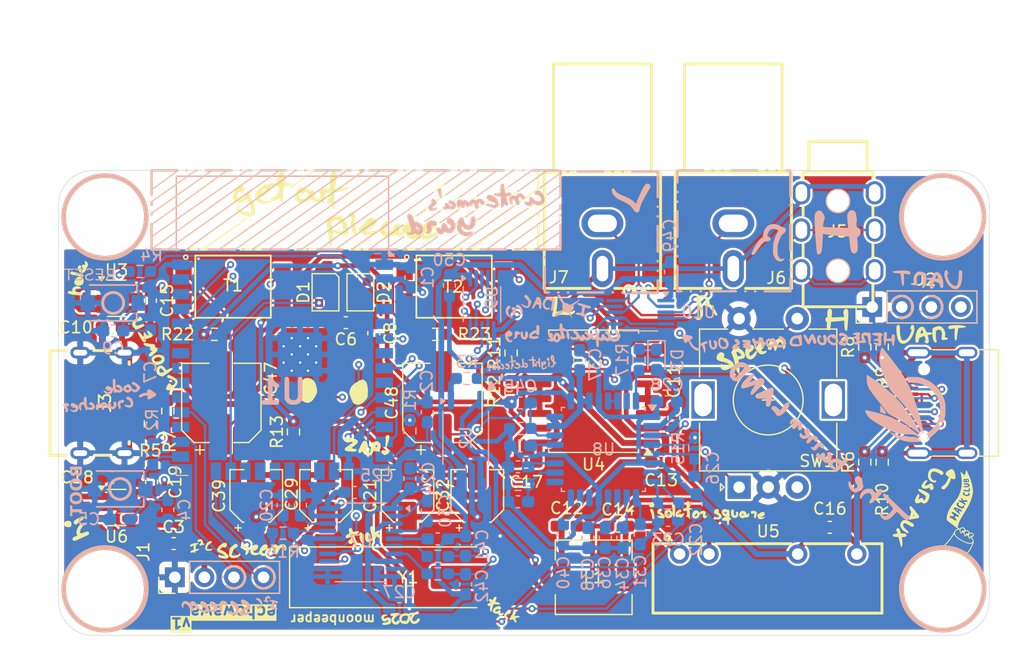
<source format=kicad_pcb>
(kicad_pcb (version 20241229) (generator "pcbnew") (generator_version "9.0")
  (layers (0 "F.Cu" signal) (4 "In1.Cu" signal) (6 "In2.Cu" signal) (2 "B.Cu" signal) (13 "F.Paste" user) (15 "B.Paste" user) (5 "F.SilkS" user "F.Silkscreen") (7 "B.SilkS" user "B.Silkscreen") (1 "F.Mask" user) (3 "B.Mask" user) (25 "Edge.Cuts" user))
  (net 0 "")
  (net 1 "/RESET")
  (net 2 "GND1")
  (net 3 "Net-(U4-PDEN)")
  (net 4 "RAW_USBC_DATA_VBUS")
  (net 5 "GND2")
  (net 6 "Net-(U5-Vin)")
  (net 7 "ISOLATED_USBC_DATA_VBUS")
  (net 8 "Net-(U8-XTO)")
  (net 9 "+5V")
  (net 10 "GND")
  (net 11 "Net-(U8-XTI)")
  (net 12 "Net-(U8-VDD)")
  (net 13 "Net-(U8-FL)")
  (net 14 "Net-(U8-FR)")
  (net 15 "Net-(U8-VCOM1)")
  (net 16 "Net-(U8-MAMP)")
  (net 17 "+3V3")
  (net 18 "Net-(U8-VCOM2)")
  (net 19 "Net-(U8-VCCA)")
  (net 20 "/Audio/DAC_L")
  (net 21 "/Audio/DAC_R")
  (net 22 "Net-(U8-VCCR)")
  (net 23 "Net-(U8-VCCL)")
  (net 24 "Net-(U8-VOUTR)")
  (net 25 "Net-(U8-VOUTL)")
  (net 26 "+3.3VA")
  (net 27 "/DAC_MUTE")
  (net 28 "GNDA")
  (net 29 "/BOOT")
  (net 30 "Net-(U7-CAPP)")
  (net 31 "Net-(U7-CAPM)")
  (net 32 "Net-(U7-VNEG)")
  (net 33 "Net-(U7-LDOO)")
  (net 34 "/Audio/RAW_CODEC_R")
  (net 35 "/Audio/RAW_CODEC_L")
  (net 36 "Net-(D1-DOUT)")
  (net 37 "/NEOPIXEL_CTRL")
  (net 39 "Net-(D3-K)")
  (net 40 "Net-(J3-CC2)")
  (net 41 "Net-(J3-CC1)")
  (net 42 "/Power/RAW_USBC_D-")
  (net 44 "Net-(J4-CC1)")
  (net 45 "Net-(J4-CC2)")
  (net 46 "/Power/RAW_USBC_D+")
  (net 48 "/UART_TX")
  (net 49 "/UART_RX")
  (net 50 "/Audio/JACK_R")
  (net 51 "/Audio/JACK_L")
  (net 52 "/Audio/RCA_L")
  (net 53 "/Audio/RCA_R")
  (net 54 "Net-(R3-Pad2)")
  (net 55 "USBC_D+")
  (net 56 "USBC_D-")
  (net 57 "Net-(U7-OUTL)")
  (net 58 "Net-(U7-OUTR)")
  (net 59 "/ENC_B")
  (net 60 "/ENC_BUTTON")
  (net 61 "/ENC_A")
  (net 62 "Net-(U8-#PLAY)")
  (net 63 "/Audio/CODEC_R")
  (net 65 "/Audio/CODEC_L")
  (net 72 "/SELECT_OUTPUT")
  (net 74 "/I2S_DAC_LCK")
  (net 77 "/I2C_DAC_BCK")
  (net 80 "/SELECT_DAC")
  (net 84 "/I2S_DAC_DIN")
  (net 86 "Net-(U8-#SSPND)")
  (net 91 "/Audio/AUDIO_OUT_L")
  (net 92 "/AUX_SENSE")
  (net 93 "/I2C_SDA")
  (net 94 "/I2C_SCL")
  (net 95 "/Audio/AUDIO_OUT_R")
  (net 96 "Net-(U4-PIN)")
  (footprint "Resistor_SMD:R_0603_1608Metric_Pad0.98x0.95mm_HandSolder" (layer "F.Cu") (at 226.3 59.1 -90)
    (property "Reference" "R6")
    (property "Value" "24k")
  )
  (footprint "Resistor_SMD:R_0603_1608Metric_Pad0.98x0.95mm_HandSolder" (layer "F.Cu") (at 195.9 53 -90)
    (property "Reference" "R12")
    (property "Value" "24k")
  )
  (footprint "Capacitor_SMD:C_0603_1608Metric_Pad1.08x0.95mm_HandSolder" (layer "F.Cu") (at 166.9 66.1)
    (property "Reference" "C3")
    (property "Value" "1uF")
  )
  (footprint "Package_TO_SOT_SMD:SOT-23-5" (layer "F.Cu") (at 162 63)
    (property "Reference" "U6")
    (property "Value" "XC6220B331MR")
  )
  (footprint "Capacitor_SMD:C_0603_1608Metric_Pad1.08x0.95mm_HandSolder" (layer "F.Cu") (at 165 60.8 90)
    (property "Reference" "C19")
    (property "Value" "1uF")
  )
  (footprint "Capacitor_SMD:CP_Elec_4x5.4" (layer "F.Cu") (at 180 62 90)
    (property "Reference" "C29")
    (property "Value" "10uF")
  )
  (footprint "Resistor_SMD:R_0603_1608Metric_Pad0.98x0.95mm_HandSolder" (layer "F.Cu") (at 170.4 48.1 180)
    (property "Reference" "R22")
    (property "Value" "3.3K")
  )
  (footprint "Inductor_SMD:L_6.3x6.3_H3" (layer "F.Cu") (at 203 69)
    (property "Reference" "L1")
    (property "Value" "6.8uH")
  )
  (footprint "Connector_PinHeader_2.54mm:PinHeader_1x04_P2.54mm_Vertical" (layer "F.Cu") (at 226.94 45.75 90)
    (property "Reference" "J2")
    (property "Value" "UART")
  )
  (footprint "LOGO" (layer "F.Cu") (at 158.67 43.24 85)
    (property "Reference" "G***" (hide yes))
    (property "Value" "LOGO" (hide yes))
  )
  (footprint "LED_SMD:LED_WS2812B-2020_PLCC4_2.0x2.0mm" (layer "F.Cu") (at 179.95 44.485 -90)
    (property "Reference" "D1")
    (property "Value" "WS2812B-2020")
  )
  (footprint "kicad_why:TYPE-C-SMD_TYPE-C-6P-073" (layer "F.Cu") (at 161 54 -90)
    (property "Reference" "J3")
    (property "Value" "USB_C_Receptacle_PowerOnly_6P")
  )
  (footprint "kicad_why:XFMR-SMD_4P-L7.1-W5.2-P2.54-LS9.2-BL" (layer "F.Cu") (at 191 44 -90)
    (property "Reference" "T2")
    (property "Value" "Transformer_Audio")
  )
  (footprint "kicad_why:PWRM-TH_4P-L19.7-W6.0-P2.54_F2403S-1WR3" (layer "F.Cu") (at 218 67)
    (property "Reference" "U5")
    (property "Value" "F0505S-3WR2")
  )
  (footprint "LOGO" (layer "F.Cu") (at 216.62 49.8 20)
    (property "Reference" "G***" (hide yes))
    (property "Value" "LOGO" (hide yes))
  )
  (footprint "Connector_PinHeader_2.54mm:PinHeader_1x04_P2.54mm_Vertical" (layer "F.Cu") (at 167 69 90)
    (property "Reference" "J1")
    (property "Value" "128x64 OLED")
  )
  (footprint "Capacitor_SMD:C_0603_1608Metric_Pad1.08x0.95mm_HandSolder" (layer "F.Cu") (at 200.7 64.6 180)
    (property "Reference" "C12")
    (property "Value" "4.7uF")
  )
  (footprint "LOGO" (layer "F.Cu") (at 223.89 46.84)
    (property "Reference" "G***" (hide yes))
    (property "Value" "LOGO" (hide yes))
  )
  (footprint "Capacitor_SMD:CP_Elec_4x5.4" (layer "F.Cu") (at 174 62 90)
    (property "Reference" "C39")
    (property "Value" "10uF")
  )
  (footprint "LOGO" (layer "F.Cu") (at 200.4 45.7)
    (property "Reference" "G***" (hide yes))
    (property "Value" "LOGO" (hide yes))
  )
  (footprint "Capacitor_SMD:C_0603_1608Metric_Pad1.08x0.95mm_HandSolder" (layer "F.Cu") (at 164.9 45.2 -90)
    (property "Reference" "C15")
    (property "Value" "1uF")
  )
  (footprint "MountingHole:MountingHole_2.7mm_M2.5" (layer "F.Cu") (at 161 38)
    (property "Reference" "H1" (hide yes))
    (property "Value" "MountingHole")
  )
  (footprint "Resistor_SMD:R_0603_1608Metric_Pad0.98x0.95mm_HandSolder" (layer "F.Cu") (at 227.8 49.1875 90)
    (property "Reference" "R9")
    (property "Value" "5.1K")
  )
  (footprint "LOGO" (layer "F.Cu") (at 212.65 45.8)
    (property "Reference" "G***" (hide yes))
    (property "Value" "LOGO" (hide yes))
  )
  (footprint "LOGO" (layer "F.Cu") (at 231.38 62.89 -120)
    (property "Reference" "G***" (hide yes))
    (property "Value" "LOGO" (hide yes))
  )
  (footprint "LOGO" (layer "F.Cu") (at 158.628299 64.736885 120)
    (property "Reference" "G***" (hide yes))
    (property "Value" "LOGO" (hide yes))
  )
  (footprint "Resistor_SMD:R_0603_1608Metric_Pad0.98x0.95mm_HandSolder" (layer "F.Cu") (at 195.9 49.7 90)
    (property "Reference" "R11")
    (property "Value" "24k")
  )
  (footprint "Crystal:Crystal_SMD_HC49-SD_HandSoldering" (layer "F.Cu") (at 187 69)
    (property "Reference" "Y1")
    (property "Value" "6MHz")
  )
  (footprint "Resistor_SMD:R_0603_1608Metric_Pad0.98x0.95mm_HandSolder" (layer "F.Cu") (at 177.2 56.5 90)
    (property "Reference" "R13")
    (property "Value" "0")
  )
  (footprint "Capacitor_SMD:CP_Elec_4x5.4" (layer "F.Cu") (at 193 62 90)
    (property "Reference" "C32")
    (property "Value" "10uF")
  )
  (footprint "Connector_USB:USB_C_Receptacle_G-Switch_GT-USB-7010ASV" (layer "F.Cu") (at 234 54 90)
    (property "Reference" "J4")
    (property "Value" "USB_C_Receptacle_USB2.0_16P")
  )
  (footprint "LOGO" (layer "F.Cu") (at 165.29 49.81 120)
    (property "Reference" "G***" (hide yes))
    (property "Value" "LOGO" (hide yes))
  )
  (footprint "Capacitor_SMD:C_0603_1608Metric_Pad1.08x0.95mm_HandSolder" (layer "F.Cu") (at 205.1 64.6)
    (property "Reference" "C14")
    (property "Value" "4.7uF")
  )
  (footprint "Capacitor_SMD:C_0603_1608Metric_Pad1.08x0.95mm_HandSolder" (layer "F.Cu") (at 209.9 55.3 90)
    (property "Reference" "C11")
    (property "Value" "1uF")
  )
  (footprint "Capacitor_SMD:C_0603_1608Metric_Pad1.08x0.95mm_HandSolder" (layer "F.Cu") (at 184.1 48 -90)
    (property "Reference" "C8")
    (property "Value" "1uF")
  )
  (footprint "kicad_why:CONN-TH_AV-5" (layer "F.Cu") (at 203.75 40.5 180)
    (property "Reference" "J7")
    (property "Value" "Conn_Coaxial")
  )
  (footprint "Package_TO_SOT_SMD:SOT-23-5" (layer "F.Cu") (at 162 45)
    (property "Reference" "U3")
    (property "Value" "XC6220B331MR")
  )
  (footprint "Capacitor_SMD:C_0603_1608Metric_Pad1.08x0.95mm_HandSolder" (layer "F.Cu") (at 223.3 64.7 180)
    (property "Reference" "C16")
    (property "Value" "1uF")
  )
  (footprint "Rotary_Encoder:RotaryEncoder_Alps_EC11E-Switch_Vertical_H20mm" (layer "F.Cu") (at 215.5 61.25 90)
    (property "Reference" "SW1")
    (property "Value" "RotaryEncoder_Switch")
  )
  (footprint "Resistor_SMD:R_0603_1608Metric_Pad0.98x0.95mm_HandSolder" (layer "F.Cu") (at 189.4 48.1 180)
    (property "Reference" "R23")
    (property "Value" "3.3K")
  )
  (footprint "LOGO" (layer "F.Cu") (at 186.465 72.55 180)
    (property "Reference" "G***" (hide yes))
    (property "Value" "LOGO" (hide yes))
  )
  (footprint "LOGO" (layer "F.Cu") (at 212.73 63.48)
    (property "Reference" "G***" (hide yes))
    (property "Value" "LOGO" (hide yes))
  )
  (footprint "LOGO" (layer "F.Cu") (at 234.9 63.35 75)
    (property "Reference" "G***" (hide yes))
    (property "Value" "LOGO" (hide yes))
  )
  (footprint "LOGO" (layer "F.Cu") (at 185 39)
    (property "Reference" "G***" (hide yes))
    (property "Value" "LOGO" (hide yes))
  )
  (footprint "Resistor_SMD:R_0603_1608Metric_Pad0.98x0.95mm_HandSolder" (layer "F.Cu") (at 166.4 54.7 -90)
    (property "Reference" "R7")
    (property "Value" "5.1K")
  )
  (footprint "Resistor_SMD:R_0603_1608Metric_Pad0.98x0.95mm_HandSolder" (layer "F.Cu") (at 227.8 59.1 -90)
    (property "Reference" "R10")
    (property "Value" "5.1K")
  )
  (footprint "Capacitor_SMD:C_0603_1608Metric_Pad1.08x0.95mm_HandSolder" (layer "F.Cu") (at 161.6 47.5)
    (property "Reference" "C10")
    (property "Value" "1uF")
  )
  (footprint "kicad_why:XFMR-SMD_4P-L7.1-W5.2-P2.54-LS9.2-BL" (layer "F.Cu") (at 172 44 -90)
    (property "Reference" "T1")
    (property "Value" "Transformer_Audio")
  )
  (footprint "kicad_why:CONN-TH_AV-5" (layer "F.Cu") (at 215 40.5 180)
    (property "Reference" "J6")
    (property "Value" "Conn_Coaxial")
  )
  (footprint "MountingHole:MountingHole_2.7mm_M2.5" (layer "F.Cu") (at 161 70)
    (property "Reference" "H3" (hide yes))
    (property "Value" "MountingHole")
  )
  (footprint "Capacitor_SMD:C_0603_1608Metric_Pad1.08x0.95mm_HandSolder" (layer "F.Cu") (at 197.2 59.1)
    (property "Reference" "C17")
    (property "Value" "1uF")
  )
  (footprint "kicad_why:AUDIO-TH_PJ-3136-B" (layer "F.Cu") (at 224 39.2825 -90)
    (property "Reference" "J5")
    (property "Value" "AudioJack3")
  )
  (footprint "Resistor_SMD:R_0603_1608Metric_Pad0.98x0.95mm_HandSolder" (layer "F.Cu") (at 164.9 55.8 -90)
    (property "Reference" "R5")
    (property "Value" "5.1K")
  )
  (footprint "LOGO" (layer "F.Cu") (at 177 36)
    (property "Reference" "G***" (hide yes))
    (property "Value" "LOGO" (hide yes))
  )
  (footprint "Capacitor_SMD:C_0603_1608Metric_Pad1.08x0.95mm_HandSolder" (layer "F.Cu") (at 181.7 47.1 180)
    (property "Reference" "C6")
    (property "Value" "1uF")
  )
  (footprint "Capacitor_SMD:C_0603_1608Metric_Pad1.08x0.95mm_HandSolder" (layer "F.Cu") (at 208.8 59.1 180)
    (property "Reference" "C13")
    (property "Value" "1uF")
  )
  (footprint "LOGO" (layer "F.Cu") (at 169.28 66.31)
    (property "Reference" "G***" (hide yes))
    (property "Value" "LOGO" (hide yes))
  )
  (footprint "Capacitor_SMD:CP_Elec_6.3x7.7" (layer "F.Cu") (at 190 54 90)
    (property "Reference" "C48")
    (property "Value" "100uF")
  )
  (footprint "MountingHole:MountingHole_2.7mm_M2.5" (layer "F.Cu") (at 233 70)
    (property "Reference" "H4" (hide yes))
    (property "Value" "MountingHole")
  )
  (footprint "LOGO" (layer "F.Cu") (at 232 48.1)
    (property "Reference" "G***" (hide yes))
    (property "Value" "LOGO" (hide yes))
  )
  (footprint "LOGO" (layer "F.Cu") (at 173.6 66.7)
    (property "Reference" "G***" (hide yes))
    (property "Value" "LOGO" (hide yes))
  )
  (footprint "MountingHole:MountingHole_2.7mm_M2.5" (layer "F.Cu") (at 233 38)
    (property "Reference" "H2" (hide yes))
    (property "Value" "MountingHole")
  )
  (footprint "Capacitor_SMD:CP_Elec_6.3x7.7" (layer "F.Cu") (at 171 54 90)
    (property "Reference" "C47")
    (property "Value" "100uF")
  )
  (footprint "LOGO" (layer "F.Cu") (at 195.297506 71.729435 -20)
    (property "Reference" "G***" (hide yes))
    (property "Value" "LOGO" (hide yes))
  )
  (footprint "LOGO" (layer "F.Cu") (at 183.17 65.29 20)
    (property "Reference" "G***" (hide yes))
    (property "Value" "LOGO" (hide yes))
  )
  (footprint "LOGO" (layer "F.Cu") (at 183.49 57.69)
    (property "Reference" "G***" (hide yes))
    (property "Value" "LOGO" (hide yes))
  )
  (footprint "Resistor_SMD:R_0603_1608Metric_Pad0.98x0.95mm_HandSolder" (layer "F.Cu") (at 226.3 49.2 90)
    (property "Reference" "R8")
    (property "Value" "24k")
  )
  (footprint "Capacitor_SMD:C_0603_1608Metric_Pad1.08x0.95mm_HandSolder" (layer "F.Cu") (at 161.6 60.4)
    (property "Reference" "C18")
    (property "Value" "1uF")
  )
  (footprint "LOGO" (layer "F.Cu") (at 180.59 52.99)
    (property "Reference" "G***" (hide yes))
    (property "Value" "LOGO" (hide yes))
  )
  (footprint "LED_SMD:LED_WS2812B-2020_PLCC4_2.0x2.0mm" (layer "F.Cu") (at 182.95 44.485 -90)
    (property "Reference" "D2")
    (property "Value" "WS2812B-2020")
  )
  (footprint "Capacitor_SMD:CP_Elec_4x5.4" (layer "F.Cu") (at 187 62 90)
    (property "Reference" "C21")
    (property "Value" "10uF")
  )
  (footprint "Package_SO:SOIC-16W_7.5x10.3mm_P1.27mm" (layer "F.Cu") (at 203 53 180)
    (property "Reference" "U4")
    (property "Value" "ADUM3160")
  )
  (footprint "Capacitor_SMD:C_0603_1608Metric_Pad1.08x0.95mm_HandSolder" (layer "B.Cu") (at 188.7 54.8 -90)
    (property "Reference" "C2")
    (property "Value" "1uF")
  )
  (footprint "LOGO" (layer "B.Cu") (at 227.04 48.49 180)
    (property "Reference" "G***" (hide yes))
    (property "Value" "LOGO" (hide yes))
  )
  (footprint "LOGO" (layer "B.Cu") (at 196.81 50.57 180)
    (property "Reference" "G***" (hide yes))
    (property "Value" "LOGO" (hide yes))
  )
  (footprint "Resistor_SMD:R_0603_1608Metric_Pad0.98x0.95mm_HandSolder" (layer "B.Cu") (at 196.7 56.2 180)
    (property "Reference" "R20" (hide yes))
    (property "Value" "3.3K")
  )
  (footprint "Package_SO:SOIC-4_4.55x3.7mm_P2.54mm" (layer "B.Cu") (at 192 57 -90)
    (property "Reference" "U2")
    (property "Value" "TLP185xSE")
  )
  (footprint "Capacitor_SMD:C_0603_1608Metric_Pad1.08x0.95mm_HandSolder" (layer "B.Cu") (at 177.8 62.8 90)
    (property "Reference" "C35" (hide yes))
    (property "Value" "100nF")
  )
  (footprint "Capacitor_SMD:C_0603_1608Metric_Pad1.08x0.95mm_HandSolder" (layer "B.Cu") (at 196.5 62.5)
    (property "Reference" "C46" (hide yes))
    (property "Value" "2.2nF")
  )
  (footprint "LOGO" (layer "B.Cu") (at 193.8 36.3 180)
    (property "Reference" "G***" (hide yes))
    (property "Value" "LOGO" (hide yes))
  )
  (footprint "Capacitor_SMD:C_0603_1608Metric_Pad1.08x0.95mm_HandSolder" (layer "B.Cu") (at 186.3 71.7 180)
    (property "Reference" "C27")
    (property "Value" "100nF")
  )
  (footprint "Resistor_SMD:R_0603_1608Metric_Pad0.98x0.95mm_HandSolder" (layer "B.Cu") (at 165.1 58.4 -90)
    (property "Reference" "R2")
    (property "Value" "4.7k")
  )
  (footprint "LED_SMD:LED_0603_1608Metric_Pad1.05x0.95mm_HandSolder" (layer "B.Cu") (at 208.4 50.3 -90)
    (property "Reference" "D3")
    (property "Value" "LED")
  )
  (footprint "Package_SO:VSSOP-10_3x3mm_P0.5mm" (layer "B.Cu") (at 193.4 45.5 -90)
    (property "Reference" "U9")
    (property "Value" "TS5A22364DGSR")
  )
  (footprint "Capacitor_SMD:C_0603_1608Metric_Pad1.08x0.95mm_HandSolder" (layer "B.Cu") (at 196.7 54 180)
    (property "Reference" "C45")
    (property "Value" "2.2nF")
  )
  (footprint "Capacitor_SMD:C_0603_1608Metric_Pad1.08x0.95mm_HandSolder" (layer "B.Cu") (at 187.2 60.5 -90)
    (property "Reference" "C24")
    (property "Value" "100nF")
  )
  (footprint "Resistor_SMD:R_0603_1608Metric_Pad0.98x0.95mm_HandSolder" (layer "B.Cu") (at 196.5 61)
    (property "Reference" "R21" (hide yes))
    (property "Value" "3.3K")
  )
  (footprint "Capacitor_SMD:C_0603_1608Metric_Pad1.08x0.95mm_HandSolder" (layer "B.Cu") (at 161.7 47.8 180)
    (property "Reference" "C9")
    (property "Value" "1uF")
  )
  (footprint "Package_QFP:TQFP-32_7x7mm_P0.8mm" (layer "B.Cu") (at 203.8375 58 180)
    (property "Reference" "U8")
    (property "Value" "PCM2912APJTR")
  )
  (footprint "LOGO" (layer "B.Cu") (at 231.7 43.4 180)
    (property "Reference" "G***" (hide yes))
    (property "Value" "LOGO" (hide yes))
  )
  (footprint "LOGO" (layer "B.Cu") (at 212.63 48.9 180)
    (property "Reference" "G***" (hide yes))
    (property "Value" "LOGO" (hide yes))
  )
  (footprint "Resistor_SMD:R_0603_1608Metric_Pad0.98x0.95mm_HandSolder" (layer "B.Cu") (at 209.4 62.6 180)
    (property "Reference" "R16" (hide yes))
    (property "Value" "1M")
  )
  (footprint "LOGO" (layer "B.Cu") (at 174.884544 71.2 180)
    (property "Reference" "G***" (hide yes))
    (property "Value" "LOGO" (hide yes))
  )
  (footprint "LOGO" (layer "B.Cu") (at 161.42 53.36 180)
    (property "Reference" "G***" (hide yes))
    (property "Value" "LOGO" (hide yes))
  )
  (footprint "Capacitor_SMD:C_0603_1608Metric_Pad1.08x0.95mm_HandSolder" (layer "B.Cu") (at 207 65.3 90)
    (property "Reference" "C31")
    (property "Value" "100pF")
  )
  (footprint "LOGO" (layer "B.Cu") (at 196.16 46.13 180)
    (property "Reference" "G***" (hide yes))
    (property "Value" "LOGO" (hide yes))
  )
  (footprint "Capacitor_SMD:C_0603_1608Metric_Pad1.08x0.95mm_HandSolder" (layer "B.Cu") (at 196.5 59.5)
    (property "Reference" "C44" (hide yes))
    (property "Value" "1uF")
  )
  (footprint "Capacitor_SMD:C_0603_1608Metric_Pad1.08x0.95mm_HandSolder" (layer "B.Cu") (at 202.5 65.6 90)
    (property "Reference" "C38")
    (property "Value" "100nF")
  )
  (footprint "Capacitor_SMD:C_0603_1608Metric_Pad1.08x0.95mm_HandSolder" (layer "B.Cu") (at 210.8 60.3)
    (property "Reference" "C26")
    (property "Value" "1uF")
  )
  (footprint "Capacitor_SMD:C_0603_1608Metric_Pad1.08x0.95mm_HandSolder" (layer "B.Cu") (at 188.7 63.3 -90)
    (property "Reference" "C30")
    (property "Value" "2.2uF")
  )
  (footprint "Capacitor_SMD:C_0603_1608Metric_Pad1.08x0.95mm_HandSolder" (layer "B.Cu") (at 209.6 42.7375 -90)
    (property "Reference" "C49")
    (property "Value" "1uF")
  )
  (footprint "Resistor_SMD:R_0603_1608Metric_Pad0.98x0.95mm_HandSolder" (layer "B.Cu") (at 187.2 56.4 90)
    (property "Reference" "R1")
    (property "Value" "4.7k")
  )
  (footprint "LOGO" (layer "B.Cu") (at 227.471691 62.447827 135)
    (property "Reference" "G***" (hide yes))
    (property "Value" "LOGO" (hide yes))
  )
  (footprint "LOGO" (layer "B.Cu") (at 199.76 45.61 170)
    (property "Reference" "G***" (hide yes))
    (property "Value" "LOGO" (hide yes))
  )
  (footprint "Resistor_SMD:R_0603_1608Metric_Pad0.98x0.95mm_HandSolder" (layer "B.Cu") (at 164 42.7 180)
    (property "Reference" "R4")
    (property "Value" "4.7k")
  )
  (footprint "Capacitor_SMD:C_0603_1608Metric_Pad1.08x0.95mm_HandSolder" (layer "B.Cu") (at 192 66.3 90)
    (property "Reference" "C41")
    (property "Value" "2.2nF")
  )
  (footprint "Resistor_SMD:R_0603_1608Metric_Pad0.98x0.95mm_HandSolder" (layer "B.Cu") (at 176.3 65.2)
    (property "Reference" "R14")
    (property "Value" "10k")
  )
  (footprint "Capacitor_SMD:C_0603_1608Metric_Pad1.08x0.95mm_HandSolder" (layer "B.Cu") (at 187.3 43.2 90)
    (property "Reference" "C1")
    (property "Value" "1uF")
  )
  (footprint "LOGO" (layer "B.Cu") (at 200.35 48.18 180)
    (property "Reference" "G***" (hide yes))
    (property "Value" "LOGO" (hide yes))
  )
  (footprint "kicad_why:SW-SMD_L3.9-W3.0-P4.45" (layer "B.Cu") (at 161.7 45.4 180)
    (property "Reference" "RESET")
    (property "Value" "Reset")
  )
  (footprint "Package_SO:TSSOP-20_4.4x6.5mm_P0.65mm" (layer "B.Cu") (at 183 66 180)
    (property "Reference" "U7")
    (property "Value" "PCM5100A")
  )
  (footprint "Capacitor_SMD:C_0603_1608Metric_Pad1.08x0.95mm_HandSolder" (layer "B.Cu") (at 201.8 50.3375 90)
    (property "Reference" "C37")
    (property "Value" "1uF")
  )
  (footprint "LOGO" (layer "B.Cu") (at 229.8 53.3 180)
    (property "Reference" "G***" (hide yes))
    (property "Value" "LOGO" (hide yes))
  )
  (footprint "Capacitor_SMD:C_0603_1608Metric_Pad1.08x0.95mm_HandSolder" (layer "B.Cu") (at 164.9 48.6 90)
    (property "Reference" "C7")
    (property "Value" "1uF")
  )
  (footprint "LOGO" (layer "B.Cu") (at 219.89 48.68 180)
    (property "Reference" "G***" (hide yes))
    (property "Value" "LOGO" (hide yes))
  )
  (footprint "Capacitor_SMD:C_0603_1608Metric_Pad1.08x0.95mm_HandSolder" (layer "B.Cu") (at 182.45 61.7 180)
    (property "Reference" "C25")
    (property "Value" "100nF")
  )
  (footprint "LOGO" (layer "B.Cu") (at 218.04 40.22 180)
    (property "Reference" "G***" (hide yes))
    (property "Value" "LOGO" (hide yes))
  )
  (footprint "Capacitor_SMD:C_0603_1608Metric_Pad1.08x0.95mm_HandSolder" (layer "B.Cu") (at 209.4 64.1)
    (property "Reference" "C23")
    (property "Value" "27pF")
  )
  (footprint "Capacitor_SMD:C_0603_1608Metric_Pad1.08x0.95mm_HandSolder" (layer "B.Cu") (at 209.3 53.9)
    (property "Reference" "C28")
    (property "Value" "1uF")
  )
  (footprint "LOGO" (layer "B.Cu") (at 223.985335 39.322029 180)
    (property "Reference" "G***" (hide yes))
    (property "Value" "LOGO" (hide yes))
  )
  (footprint "RF_Module:ESP32-WROOM-32D" (layer "B.Cu") (at 176.25 50.36 180)
    (property "Reference" "U1")
    (property "Value" "ESP32-WROOM-32E-R2")
  )
  (footprint "Package_SO:VSSOP-10_3x3mm_P0.5mm" (layer "B.Cu") (at 207 46.2 180)
    (property "Reference" "U10")
    (property "Value" "TS5A22364DGSR")
  )
  (footprint "Resistor_SMD:R_0603_1608Metric_Pad0.98x0.95mm_HandSolder" (layer "B.Cu") (at 189.6 68.7 180)
    (property "Reference" "R19" (hide yes))
    (property "Value" "470")
  )
  (footprint "LOGO" (layer "B.Cu") (at 170.564544 71.59 180)
    (property "Reference" "G***" (hide yes))
    (property "Value" "LOGO" (hide yes))
  )
  (footprint "Resistor_SMD:R_0603_1608Metric_Pad0.98x0.95mm_HandSolder" (layer "B.Cu") (at 189.6 67.2)
    (property "Reference" "R18" (hide yes))
    (property "Value" "470")
  )
  (footprint "Capacitor_SMD:C_0603_1608Metric_Pad1.08x0.95mm_HandSolder" (layer "B.Cu") (at 190.6 43.9 90)
    (property "Reference" "C50")
    (property "Value" "1uF")
  )
  (footprint "Capacitor_SMD:C_0603_1608Metric_Pad1.08x0.95mm_HandSolder" (layer "B.Cu") (at 162.3 64 180)
    (property "Reference" "C5")
    (property "Value" "1uF")
  )
  (footprint "Capacitor_SMD:C_0603_1608Metric_Pad1.08x0.95mm_HandSolder" (layer "B.Cu") (at 176.3 62.8 90)
    (property "Reference" "C20")
    (property "Value" "1uF")
  )
  (footprint "kicad_why:SW-SMD_L3.9-W3.0-P4.45" (layer "B.Cu") (at 162.3 61.4 180)
    (property "Reference" "BOOT")
    (property "Value" "BOOT")
  )
  (footprint "Capacitor_SMD:C_0603_1608Metric_Pad1.08x0.95mm_HandSolder" (layer "B.Cu") (at 196.7 57.7)
    (property "Reference" "C43" (hide yes))
    (property "Value" "1uF")
  )
  (footprint "Capacitor_SMD:C_0603_1608Metric_Pad1.08x0.95mm_HandSolder" (layer "B.Cu") (at 204 65.6 90)
    (property "Reference" "C36")
    (property "Value" "3.3uF")
  )
  (footprint "Capacitor_SMD:C_0603_1608Metric_Pad1.08x0.95mm_HandSolder" (layer "B.Cu") (at 211.8 62.7 -90)
    (property "Reference" "C22")
    (property "Value" "27pF")
  )
  (footprint "Resistor_SMD:R_0603_1608Metric_Pad0.98x0.95mm_HandSolder" (layer "B.Cu") (at 211.7 57.9 -90)
    (property "Reference" "R15")
    (property "Value" "1.5k")
  )
  (footprint "Capacitor_SMD:C_0603_1608Metric_Pad1.08x0.95mm_HandSolder" (layer "B.Cu") (at 205.5 65.6 90)
    (property "Reference" "C34")
    (property "Value" "100pF")
  )
  (footprint "Capacitor_SMD:C_0603_1608Metric_Pad1.08x0.95mm_HandSolder" (layer "B.Cu") (at 200.4 65.3 90)
    (property "Reference" "C40")
    (property "Value" "1uF")
  )
  (footprint "LOGO" (layer "B.Cu") (at 194.56 52.21 -90)
    (property "Reference" "G***" (hide yes))
    (property "Value" "LOGO" (hide yes))
  )
  (footprint "LOGO" (layer "B.Cu") (at 222.189898 57.482132 135)
    (property "Reference" "G***" (hide yes))
    (property "Value" "LOGO" (hide yes))
  )
  (footprint "Resistor_SMD:R_0603_1608Metric_Pad0.98x0.95mm_HandSolder" (layer "B.Cu") (at 206.9 50.3 -90)
    (property "Reference" "R17")
    (property "Value" "100")
  )
  (footprint "Resistor_SMD:R_0603_1608Metric_Pad0.98x0.95mm_HandSolder" (layer "B.Cu") (at 192.1 51.9 180)
    (property "Reference" "R3")
    (property "Value" "470")
  )
  (footprint "LOGO" (layer "B.Cu") (at 206.2 35.8 150)
    (property "Reference" "G***" (hide yes))
    (property "Value" "LOGO" (hide yes))
  )
  (footprint "Capacitor_SMD:C_0603_1608Metric_Pad1.08x0.95mm_HandSolder" (layer "B.Cu") (at 166.4 63.2 90)
    (property "Reference" "C4")
    (property "Value" "1uF")
  )
  (footprint "Capacitor_SMD:C_0603_1608Metric_Pad1.08x0.95mm_HandSolder" (layer "B.Cu") (at 192 69.6 -90)
    (property "Reference" "C42")
    (property "Value" "2.2nF")
  )
  (footprint "Capacitor_SMD:C_0603_1608Metric_Pad1.08x0.95mm_HandSolder" (layer "B.Cu") (at 189.6 65.7)
    (property "Reference" "C33" (hide yes))
    (property "Value" "2.2uF")
  )
  (footprint "LOGO" (layer "B.Cu") (at 189.9 38.7 180)
    (property "Reference" "G***" (hide yes))
    (property "Value" "LOGO" (hide yes))
  )
  (footprint "LOGO" (layer "B.Cu") (at 217.159084 52.845912 135)
    (property "Reference" "G***" (hide yes))
    (property "Value" "LOGO" (hide yes))
  )
  (gr_line (start 166.4 40.8) (end 171.5 37.2) (stroke (width 0.1)) (layer "F.SilkS"))
  (gr_line (start 165 37.7) (end 170.2 34) (stroke (width 0.1)) (layer "F.SilkS"))
  (gr_circle (center 229.471066 45.738934) (end 230.300522 45.298934) (stroke (width 0.2) (type dash_dot)) (fill no) (layer "F.SilkS"))
  (gr_circle (center 161 38) (end 162.9 35) (stroke (width 0.4)) (fill no) (layer "F.SilkS"))
  (gr_circle (center 174.619947 69) (end 175.569947 69.01) (stroke (width 0.2) (type dash_dot_dot)) (fill no) (layer "F.SilkS"))
  (gr_line (start 189.4 40.8) (end 198.2 34.6) (stroke (width 0.1)) (layer "F.SilkS"))
  (gr_line (start 165 40.81) (end 174.5 34) (stroke (width 0.1)) (layer "F.SilkS"))
  (gr_circle (center 232.02 45.731135) (end 232.84 45.29) (stroke (width 0.2) (type dash_dot_dot)) (fill no) (layer "F.SilkS"))
  (gr_line (start 173.6 40.8) (end 178.5 37.4) (stroke (width 0.1)) (layer "F.SilkS"))
  (gr_line (start 169.4 40.8) (end 173.1 38.2) (stroke (width 0.1)) (layer "F.SilkS"))
  (gr_line (start 186.88 40.81) (end 186.63 40.81) (stroke (width 0.2)) (layer "F.SilkS"))
  (gr_line (start 184.6 34) (end 181.1 36.6) (stroke (width 0.1)) (layer "F.SilkS"))
  (gr_line (start 191.39 40.81) (end 190.94 40.81) (stroke (width 0.2)) (layer "F.SilkS"))
  (gr_line (start 198.2 35.6) (end 190.9 40.8) (stroke (width 0.1)) (layer "F.SilkS"))
  (gr_line (start 181.447684 35.3) (end 183.2 34) (stroke (width 0.1)) (layer "F.SilkS"))
  (gr_line (start 176.5 40.8) (end 179.7 38.6) (stroke (width 0.1)) (layer "F.SilkS"))
  (gr_line (start 193.68 40.81) (end 193.43 40.81) (stroke (width 0.2)) (layer "F.SilkS"))
  (gr_line (start 165 37.52) (end 165 37.77) (stroke (width 0.2)) (layer "F.SilkS"))
  (gr_line (start 188.1 40.8) (end 189.1 40) (stroke (width 0.1)) (layer "F.SilkS"))
  (gr_line (start 165 38.7) (end 171.7 33.9) (stroke (width 0.1)) (layer "F.SilkS"))
  (gr_line (start 180.2 34) (end 179 34.9) (stroke (width 0.1)) (layer "F.SilkS"))
  (gr_line (start 176 34) (end 173.8 35.6) (stroke (width 0.1)) (layer "F.SilkS"))
  (gr_line (start 181.8 34) (end 181.2 34.4) (stroke (width 0.1)) (layer "F.SilkS"))
  (gr_line (start 179 34) (end 177.004992 35.455952) (stroke (width 0.1)) (layer "F.SilkS"))
  (gr_line (start 165 39.7) (end 173.2 34) (stroke (width 0.1)) (layer "F.SilkS"))
  (gr_line (start 182.1 34) (end 181.8 34) (stroke (width 0.2)) (layer "F.SilkS"))
  (gr_line (start 182.3 40.8) (end 183.6 39.9) (stroke (width 0.1)) (layer "F.SilkS"))
  (gr_line (start 191.9 34) (end 192.2 34) (stroke (width 0.2)) (layer "F.SilkS"))
  (gr_line (start 185.1 40.8) (end 186.1 40.1) (stroke (width 0.1)) (layer "F.SilkS"))
  (gr_line (start 165.1 35.6) (end 167.3 34) (stroke (width 0.1)) (layer "F.SilkS"))
  (gr_circle (center 233.001056 70) (end 234.901056 67) (stroke (width 0.4)) (fill no) (layer "F.SilkS"))
  (gr_rect (start 165 34) (end 198.25 40.81) (stroke (width 0.2) (type dash_dot_dot)) (fill no) (layer "F.SilkS"))
  (gr_line (start 190.7 38.9) (end 197.7 34) (stroke (width 0.1)) (layer "F.SilkS"))
  (gr_line (start 177.4 34) (end 176.9 34.4) (stroke (width 0.1)) (layer "F.SilkS"))
  (gr_line (start 182.9 34) (end 183.2 34) (stroke (width 0.2)) (layer "F.SilkS"))
  (gr_line (start 168 40.8) (end 172 37.9) (stroke (width 0.1)) (layer "F.SilkS"))
  (gr_line (start 172.1 40.9) (end 177.3 37.2) (stroke (width 0.1)) (layer "F.SilkS"))
  (gr_line (start 196.7 40.8) (end 198.3 39.6) (stroke (width 0.1)) (layer "F.SilkS"))
  (gr_line (start 186.1 34) (end 185.6 34) (stroke (width 0.2)) (layer "F.SilkS"))
  (gr_circle (center 233 37.998944) (end 234.9 34.998944) (stroke (width 0.4)) (fill no) (layer "F.SilkS"))
  (gr_line (start 168.23 40.81) (end 167.98 40.81) (stroke (width 0.2)) (layer "F.SilkS"))
  (gr_line (start 183.9 37.6) (end 189 34) (stroke (width 0.1)) (layer "F.SilkS"))
  (gr_line (start 180.2 37.2) (end 175.1 40.8) (stroke (width 0.1)) (layer "F.SilkS"))
  (gr_line (start 190.3 34.1) (end 184.9 37.9) (stroke (width 0.1)) (layer "F.SilkS"))
  (gr_line (start 196.1 34) (end 190.2 38.2) (stroke (width 0.1)) (layer "F.SilkS"))
  (gr_circle (center 161 70) (end 162.9 67) (stroke (width 0.4)) (fill no) (layer "F.SilkS"))
  (gr_line (start 189.2 37.9) (end 194.7 34) (stroke (width 0.1)) (layer "F.SilkS"))
  (gr_line (start 165 36.7) (end 168.8 34) (stroke (width 0.1)) (layer "F.SilkS"))
  (gr_line (start 198.25 36.72) (end 198.25 36.975) (stroke (width 0.2)) (layer "F.SilkS"))
  (gr_circle (center 172.08 69) (end 173.03 69.01) (stroke (width 0.2) (type dash_dot)) (fill no) (layer "F.SilkS"))
  (gr_line (start 181.19 40.81) (end 180.94 40.81) (stroke (width 0.2)) (layer "F.SilkS"))
  (gr_line (start 179.7 39.5) (end 177.9 40.8) (stroke (width 0.1)) (layer "F.SilkS"))
  (gr_line (start 200.15 37.88) (end 200.15 38.29) (stroke (width 0.2)) (layer "F.SilkS"))
  (gr_line (start 170.99 40.81) (end 170.8 40.81) (stroke (width 0.2)) (layer "F.SilkS"))
  (gr_line (start 181.1 37.5) (end 186.1 34) (stroke (width 0.1)) (layer "F.SilkS"))
  (gr_line (start 186.6 40.8) (end 187.4 40.2) (stroke (width 0.1)) (layer "F.SilkS"))
  (gr_line (start 184.9 39.9) (end 183.7 40.8) (stroke (width 0.1)) (layer "F.SilkS"))
  (gr_line (start 187.5 34) (end 183.6 36.8) (stroke (width 0.1)) (layer "F.SilkS"))
  (gr_line (start 189.7 40.81) (end 189.45 40.81) (stroke (width 0.2)) (layer "F.SilkS"))
  (gr_line (start 193.7 40.8) (end 198.2 37.7) (stroke (width 0.1)) (layer "F.SilkS"))
  (gr_line (start 185.8 38.3) (end 191.9 34) (stroke (width 0.1)) (layer "F.SilkS"))
  (gr_line (start 182.3 39.8) (end 180.9 40.8) (stroke (width 0.1)) (layer "F.SilkS"))
  (gr_line (start 170.9 40.8) (end 175.7 37.3) (stroke (width 0.1)) (layer "F.SilkS"))
  (gr_line (start 192.4 40.8) (end 198.2 36.7) (stroke (width 0.1)) (layer "F.SilkS"))
  (gr_line (start 195.2 40.8) (end 198.2 38.7) (stroke (width 0.1)) (layer "F.SilkS"))
  (gr_line (start 198.25 37.63) (end 198.25 37.88) (stroke (width 0.2)) (layer "F.SilkS"))
  (gr_line (start 175.05 40.81) (end 174.86 40.81) (stroke (width 0.2)) (layer "F.SilkS"))
  (gr_line (start 193.2 34) (end 187.3 38.2) (stroke (width 0.1)) (layer "F.SilkS"))
  (gr_line (start 179.4 40.8) (end 180 40.4) (stroke (width 0.1)) (layer "F.SilkS"))
  (gr_line (start 196.3 40.81) (end 196.55 40.81) (stroke (width 0.2)) (layer "B.SilkS"))
  (gr_line (start 185.1 40.8) (end 186.7 39.7) (stroke (width 0.1)) (layer "B.SilkS"))
  (gr_rect (start 210.2 34) (end 219.9 44.4) (stroke (width 0.2) (type dash_dot_dot)) (fill no) (layer "B.SilkS"))
  (gr_line (start 166.4 40.8) (end 176 34) (stroke (width 0.1)) (layer "B.SilkS"))
  (gr_line (start 208.5 44.5) (end 198.8 44.5) (stroke (width 0.2) (type dash_dot_dot)) (layer "B.SilkS"))
  (gr_line (start 182.92 34) (end 183.28 34) (stroke (width 0.2)) (layer "B.SilkS"))
  (gr_line (start 187.78 40.81) (end 188.03 40.81) (stroke (width 0.2)) (layer "B.SilkS"))
  (gr_line (start 196.1 37.1) (end 190.8 40.8) (stroke (width 0.1)) (layer "B.SilkS"))
  (gr_line (start 168 40.8) (end 177.4 34) (stroke (width 0.1)) (layer "B.SilkS"))
  (gr_line (start 186.64 40.81) (end 186.89 40.81) (stroke (width 0.2)) (layer "B.SilkS"))
  (gr_line (start 175.1 40.8) (end 184.7 34) (stroke (width 0.1)) (layer "B.SilkS"))
  (gr_line (start 189.5 40.8) (end 191.2 39.539295) (stroke (width 0.1)) (layer "B.SilkS"))
  (gr_line (start 167 34) (end 167.25 34) (stroke (width 0.2)) (layer "B.SilkS"))
  (gr_line (start 193 36.2) (end 196.1 34) (stroke (width 0.1)) (layer "B.SilkS"))
  (gr_line (start 180.8 40.8) (end 190.4 34) (stroke (width 0.1)) (layer "B.SilkS"))
  (gr_line (start 188.5 38.403975) (end 189.8 37.5) (stroke (width 0.1)) (layer "B.SilkS"))
  (gr_line (start 179.4 40.8) (end 189 34) (stroke (width 0.1)) (layer "B.SilkS"))
  (gr_line (start 189.8 38.5) (end 191.4 37.4) (stroke (width 0.1)) (layer "B.SilkS"))
  (gr_line (start 200.1 39.3) (end 198 40.8) (stroke (width 0.1)) (layer "B.SilkS"))
  (gr_line (start 173.7 40.8) (end 183.3 34) (stroke (width 0.1)) (layer "B.SilkS"))
  (gr_circle (center 232.019728 45.73) (end 232.829728 45.2725) (stroke (width 0.2) (type dash_dot_dot)) (fill no) (layer "B.SilkS"))
  (gr_rect (start 165 34) (end 200.15 40.81) (stroke (width 0.2) (type dash_dot_dot)) (fill no) (layer "B.SilkS"))
  (gr_line (start 190.2 35.2) (end 191.9 34) (stroke (width 0.1)) (layer "B.SilkS"))
  (gr_line (start 171.95 40.81) (end 172.2 40.81) (stroke (width 0.2)) (layer "B.SilkS"))
  (gr_rect (start 168.26 67.61) (end 176 70.39) (stroke (width 0.1)) (fill no) (layer "B.SilkS"))
  (gr_line (start 191.9 34) (end 192.245 34) (stroke (width 0.2)) (layer "B.SilkS"))
  (gr_line (start 192.42 40.81) (end 192.14 40.81) (stroke (width 0.2)) (layer "B.SilkS"))
  (gr_line (start 173.25 34) (end 173.52 34) (stroke (width 0.2)) (layer "B.SilkS"))
  (gr_line (start 200.15 37.05) (end 200.15 37.3) (stroke (width 0.2)) (layer "B.SilkS"))
  (gr_line (start 188 40.8) (end 189.6 39.7) (stroke (width 0.1)) (layer "B.SilkS"))
  (gr_line (start 200.2 36.2) (end 193.8 40.8) (stroke (width 0.1)) (layer "B.SilkS"))
  (gr_line (start 165 36.7) (end 168.8 34) (stroke (width 0.1)) (layer "B.SilkS"))
  (gr_line (start 182.2 40.8) (end 189.2 35.9) (stroke (width 0.1)) (layer "B.SilkS"))
  (gr_rect (start 228.2 44.35) (end 235.95 47.125) (stroke (width 0.1)) (fill no) (layer "B.SilkS"))
  (gr_line (start 199 36.1) (end 200.1 35.3) (stroke (width 0.1)) (layer "B.SilkS"))
  (gr_circle (center 172.079947 69.000053) (end 173.029947 68.990053) (stroke (width 0.2) (type dash_dot)) (fill no) (layer "B.SilkS"))
  (gr_line (start 171.5 34) (end 165.1 38.6) (stroke (width 0.1)) (layer "B.SilkS"))
  (gr_circle (center 161 70) (end 159.1 67) (stroke (width 0.4)) (fill no) (layer "B.SilkS"))
  (gr_line (start 191.5 36.3) (end 194.7 34) (stroke (width 0.1)) (layer "B.SilkS"))
  (gr_circle (center 233.001056 70) (end 231.101056 67) (stroke (width 0.4)) (fill no) (layer "B.SilkS"))
  (gr_line (start 177.6 40.81) (end 177.85 40.81) (stroke (width 0.2)) (layer "B.SilkS"))
  (gr_circle (center 174.619947 69.000053) (end 175.569947 68.990053) (stroke (width 0.2) (type dash_dot_dot)) (fill no) (layer "B.SilkS"))
  (gr_circle (center 233 37.998944) (end 231.1 34.998944) (stroke (width 0.4)) (fill no) (layer "B.SilkS"))
  (gr_line (start 185.85 34) (end 186.1 34) (stroke (width 0.2)) (layer "B.SilkS"))
  (gr_line (start 165 37.7) (end 170.2 34) (stroke (width 0.1)) (layer "B.SilkS"))
  (gr_line (start 182.09 34) (end 181.8 34) (stroke (width 0.2)) (layer "B.SilkS"))
  (gr_line (start 183.71 40.81) (end 183.96 40.81) (stroke (width 0.2)) (layer "B.SilkS"))
  (gr_line (start 172.2 40.8) (end 181.8 34) (stroke (width 0.1)) (layer "B.SilkS"))
  (gr_line (start 165 39.7) (end 173.2 34) (stroke (width 0.1)) (layer "B.SilkS"))
  (gr_line (start 177.9 40.8) (end 187.5 34) (stroke (width 0.1)) (layer "B.SilkS"))
  (gr_line (start 196.6 40.8) (end 200.150001 38.305405) (stroke (width 0.1)) (layer "B.SilkS"))
  (gr_line (start 195.2 40.8) (end 200.15 37.264286) (stroke (width 0.1)) (layer "B.SilkS"))
  (gr_line (start 183.7 40.8) (end 186.6 38.7) (stroke (width 0.1)) (layer "B.SilkS"))
  (gr_line (start 192.1 40.8) (end 197.3 37.3) (stroke (width 0.1)) (layer "B.SilkS"))
  (gr_line (start 186.6 40.8) (end 188.1 39.7) (stroke (width 0.1)) (layer "B.SilkS"))
  (gr_line (start 195.7 35.4) (end 197.7 34) (stroke (width 0.1)) (layer "B.SilkS"))
  (gr_line (start 165.1 35.6) (end 167.3 34) (stroke (width 0.1)) (layer "B.SilkS"))
  (gr_line (start 165 36.71) (end 165 36.96) (stroke (width 0.2)) (layer "B.SilkS"))
  (gr_line (start 196.5 35.8) (end 199 34) (stroke (width 0.1)) (layer "B.SilkS"))
  (gr_line (start 170.8 40.8) (end 180.3 34) (stroke (width 0.1)) (layer "B.SilkS"))
  (gr_line (start 165.1 40.7) (end 174.5 34) (stroke (width 0.1)) (layer "B.SilkS"))
  (gr_line (start 190.3 36.1) (end 193.2 34) (stroke (width 0.1)) (layer "B.SilkS"))
  (gr_line (start 193.1 38.2) (end 194.2 37.4) (stroke (width 0.1)) (layer "B.SilkS"))
  (gr_line (start 198.8 44.5) (end 198.8 40.9) (stroke (width 0.2) (type dash_dot_dot)) (layer "B.SilkS"))
  (gr_line (start 200.2 34.2) (end 198.4 35.5) (stroke (width 0.1)) (layer "B.SilkS"))
  (gr_circle (center 161 38) (end 159.1 35) (stroke (width 0.4)) (fill no) (layer "B.SilkS"))
  (gr_circle (center 229.47 45.7375) (end 230.28 45.28) (stroke (width 0.2) (type dash_dot)) (fill no) (layer "B.SilkS"))
  (gr_line (start 208.5 34.1) (end 200.5 34.1) (stroke (width 0.2) (type dash_dot_dot)) (layer "B.SilkS"))
  (gr_line (start 176.6 40.8) (end 186.1 34) (stroke (width 0.1)) (layer "B.SilkS"))
  (gr_line (start 192 38) (end 192.7 37.5) (stroke (width 0.1)) (layer "B.SilkS"))
  (gr_line (start 208.5 34.1) (end 208.5 44.5) (stroke (width 0.2) (type dash_dot_dot)) (layer "B.SilkS"))
  (gr_line (start 199.6 40.8) (end 200.1 40.4) (stroke (width 0.1)) (layer "B.SilkS"))
  (gr_line (start 187.8 37.9) (end 188.5 37.4) (stroke (width 0.1)) (layer "B.SilkS"))
  (gr_line (start 237 37) (end 237 71) (stroke (width 0.05)) (layer "Edge.Cuts"))
  (gr_line (start 157 71) (end 157 37) (stroke (width 0.05)) (layer "Edge.Cuts"))
  (gr_arc (start 157 37) (mid 157.87868 34.87868) (end 160 34) (stroke (width 0.05)) (layer "Edge.Cuts"))
  (gr_arc (start 237 71) (mid 236.12132 73.12132) (end 234 74) (stroke (width 0.05)) (layer "Edge.Cuts"))
  (gr_line (start 160 34) (end 234 34) (stroke (width 0.05)) (layer "Edge.Cuts"))
  (gr_arc (start 160 74) (mid 157.87868 73.12132) (end 157 71) (stroke (width 0.05)) (layer "Edge.Cuts"))
  (gr_arc (start 234 34) (mid 236.12132 34.87868) (end 237 37) (stroke (width 0.05)) (layer "Edge.Cuts"))
  (gr_line (start 234 74) (end 160 74) (stroke (width 0.05)) (layer "Edge.Cuts"))
  (gr_text "v1" (at 168.5 72.4 180) (layer "F.SilkS" knockout) (effects (font (size 1 1) (thickness 0.2) (bold yes)) (justify left bottom)))
  (gr_text "echowawa" (at 172 71.4 180) (layer "F.SilkS" knockout) (effects (font (size 1 1) (thickness 0.2) (bold yes)) (justify bottom)))
  (gr_text "moonbeeper" (at 176.865 72.15 180) (layer "F.SilkS") (effects (font (size 0.8 0.8) (thickness 0.16) (bold yes)) (justify right bottom)))
  (segment (start 162.5625 47.8) (end 164.8375 47.8) (width 0.2) (layer "B.Cu") (net 1))
  (segment (start 163.88 45.4) (end 163.88 43.7325) (width 0.2) (layer "B.Cu") (net 1))
  (segment (start 162.5625 47.8) (end 162.5625 46.7175) (width 0.2) (layer "B.Cu") (net 1))
  (segment (start 164.8375 47.8) (end 164.9 47.7375) (width 0.2) (layer "B.Cu") (net 1))
  (segment (start 181.177 41.359) (end 184.468 44.65) (width 0.2) (layer "B.Cu") (net 1))
  (segment (start 162.5625 46.7175) (end 163.88 45.4) (width 0.2) (layer "B.Cu") (net 1))
  (segment (start 163.88 43.7325) (end 164.9125 42.7) (width 0.2) (layer "B.Cu") (net 1))
  (segment (start 164.9125 42.7) (end 166.2535 41.359) (width 0.2) (layer "B.Cu") (net 1))
  (segment (start 184.468 44.65) (end 185 44.65) (width 0.2) (layer "B.Cu") (net 1))
  (segment (start 166.2535 41.359) (end 181.177 41.359) (width 0.2) (layer "B.Cu") (net 1))
  (segment (start 202.9 69.102) (end 202.9 64.6) (width 0.4) (layer "F.Cu") (net 2))
  (segment (start 198 69.502) (end 199.099 70.601) (width 0.4) (layer "F.Cu") (net 2))
  (segment (start 230.275 57.72) (end 230.875 58.32) (width 0.4) (layer "F.Cu") (net 2))
  (segment (start 230.875 49.68) (end 229.205 49.68) (width 0.5) (layer "F.Cu") (net 2))
  (segment (start 201.401 70.601) (end 202.9 69.102) (width 0.4) (layer "F.Cu") (net 2))
  (segment (start 206.625001 56.175) (end 207.65 56.175) (width 0.4) (layer "F.Cu") (net 2))
  (segment (start 230.275 57.2) (end 230.275 57.72) (width 0.4) (layer "F.Cu") (net 2))
  (segment (start 199.099 70.601) (end 201.401 70.601) (width 0.4) (layer "F.Cu") (net 2))
  (segment (start 204.2375 64.6) (end 206.48 62.3575) (width 0.4) (layer "F.Cu") (net 2))
  (segment (start 201.5625 64.6) (end 204.2375 64.6) (width 0.4) (layer "F.Cu") (net 2))
  (segment (start 207.6625 56.1625) (end 207.65 56.175) (width 0.4) (layer "F.Cu") (net 2))
  (segment (start 214.1625 63.6) (end 212.92 62.3575) (width 0.4) (layer "F.Cu") (net 2))
  (segment (start 230.875 58.32) (end 229.4925 58.32) (width 0.4) (layer "F.Cu") (net 2))
  (segment (start 209.9 56.1625) (end 207.6625 56.1625) (width 0.4) (layer "F.Cu") (net 2))
  (segment (start 230.275 50.28) (end 230.875 49.68) (width 0.5) (layer "F.Cu") (net 2))
  (segment (start 212.92 64.8425) (end 214.1625 63.6) (width 0.4) (layer "F.Cu") (net 2))
  (segment (start 229.4925 58.32) (end 227.8 60.0125) (width 0.4) (layer "F.Cu") (net 2))
  (segment (start 206.48 62.3575) (end 212.92 62.3575) (width 0.4) (layer "F.Cu") (net 2))
  (segment (start 205.8 55.349999) (end 206.625001 56.175) (width 0.4) (layer "F.Cu") (net 2))
  (segment (start 212.92 62.3575) (end 209.6625 59.1) (width 0.4) (layer "F.Cu") (net 2))
  (segment (start 201.5625 64.6) (end 202.9 64.6) (width 0.4) (layer "F.Cu") (net 2))
  (segment (start 226.3125 48.275) (end 226.3 48.2875) (width 0.5) (layer "F.Cu") (net 2))
  (segment (start 223.308521 63.6) (end 214.1625 63.6) (width 0.4) (layer "F.Cu") (net 2))
  (segment (start 198 67.5) (end 198 69.502) (width 0.4) (layer "F.Cu") (net 2))
  (segment (start 229.205 49.68) (end 227.8 48.275) (width 0.5) (layer "F.Cu") (net 2))
  (segment (start 209.9 56.1625) (end 209.9 58.8625) (width 0.4) (layer "F.Cu") (net 2))
  (segment (start 212.92 67) (end 212.92 64.8425) (width 0.4) (layer "F.Cu") (net 2))
  (segment (start 227.8 60.0125) (end 226.3 60.0125) (width 0.4) (layer "F.Cu") (net 2))
  (segment (start 205.8 49.380001) (end 205.8 55.349999) (width 0.4) (layer "F.Cu") (net 2))
  (segment (start 227.8 48.275) (end 226.3125 48.275) (width 0.5) (layer "F.Cu") (net 2))
  (segment (start 226.3 60.608521) (end 223.308521 63.6) (width 0.4) (layer "F.Cu") (net 2))
  (segment (start 207.65 48.555) (end 206.625001 48.555) (width 0.4) (layer "F.Cu") (net 2))
  (segment (start 226.3 60.0125) (end 226.3 60.608521) (width 0.4) (layer "F.Cu") (net 2))
  (segment (start 209.9 58.8625) (end 209.6625 59.1) (width 0.4) (layer "F.Cu") (net 2))
  (segment (start 230.275 50.8) (end 230.275 50.28) (width 0.5) (layer "F.Cu") (net 2))
  (segment (start 206.625001 48.555) (end 205.8 49.380001) (width 0.4) (layer "F.Cu") (net 2))
  (via (at 198 67.5) (size 0.6) (drill 0.3) (layers "F.Cu" "B.Cu") (net 2))
  (segment (start 230.875 58.32) (end 235.075 58.32) (width 0.5) (layer "B.Cu") (net 2))
  (segment (start 191.698 57.112636) (end 192.792682 58.207318) (width 0.4) (layer "B.Cu") (net 2))
  (segment (start 235.075 58.32) (end 235.075 49.68) (width 0.5) (layer "B.Cu") (net 2))
  (segment (start 191.698 55.322) (end 191.698 57.112636) (width 0.4) (layer "B.Cu") (net 2))
  (segment (start 194.6 59) (end 194.6 64.1) (width 0.4) (layer "B.Cu") (net 2))
  (segment (start 235.075 49.68) (end 230.875 49.68) (width 0.5) (layer "B.Cu") (net 2))
  (segment (start 193.807318 58.207318) (end 194.6 59) (width 0.4) (layer "B.Cu") (net 2))
  (segment (start 194.6 64.1) (end 198 67.5) (width 0.4) (layer "B.Cu") (net 2))
  (segment (start 192.792682 58.207318) (end 193.807318 58.207318) (width 0.4) (layer "B.Cu") (net 2))
  (segment (start 193.27 53.75) (end 191.698 55.322) (width 0.4) (layer "B.Cu") (net 2))
  (segment (start 209.4325 54.905) (end 209.9 54.4375) (width 0.5) (layer "F.Cu") (net 3))
  (segment (start 207.65 53.635) (end 207.65 52.365) (width 0.5) (layer "F.Cu") (net 3))
  (segment (start 207.65 54.905) (end 207.65 53.635) (width 0.5) (layer "F.Cu") (net 3))
  (segment (start 207.65 54.905) (end 209.4325 54.905) (width 0.5) (layer "F.Cu") (net 3))
  (segment (start 228.451 51.6) (end 228.803 51.952) (width 0.5) (layer "F.Cu") (net 4))
  (segment (start 200.35 52.25) (end 205.545 57.445) (width 0.5) (layer "F.Cu") (net 4))
  (segment (start 200.25 69) (end 200.25 65.0125) (width 0.5) (layer "F.Cu") (net 4))
  (segment (start 220 51.6) (end 228.451 51.6) (width 0.5) (layer "F.Cu") (net 4))
  (segment (start 230.275 56.4) (end 229.253 56.4) (width 0.5) (layer "F.Cu") (net 4))
  (segment (start 205.545 57.445) (end 207.65 57.445) (width 0.5) (layer "F.Cu") (net 4))
  (segment (start 220 51.6) (end 219.4 51) (width 0.5) (layer "F.Cu") (net 4))
  (segment (start 228.803 55.95) (end 228.803 51.952) (width 0.5) (layer "F.Cu") (net 4))
  (segment (start 205.3375 59.1) (end 207.9375 59.1) (width 0.5) (layer "F.Cu") (net 4))
  (segment (start 207.9375 59.1) (end 207.9375 57.7325) (width 0.5) (layer "F.Cu") (net 4))
  (segment (start 200.25 65.0125) (end 199.8375 64.6) (width 0.5) (layer "F.Cu") (net 4))
  (segment (start 229.155 51.6) (end 230.275 51.6) (width 0.5) (layer "F.Cu") (net 4))
  (segment (start 207.9375 57.7325) (end 207.65 57.445) (width 0.5) (layer "F.Cu") (net 4))
  (segment (start 199.8375 64.6) (end 205.3375 59.1) (width 0.5) (layer "F.Cu") (net 4))
  (segment (start 229.253 56.4) (end 228.803 55.95) (width 0.5) (layer "F.Cu") (net 4))
  (segment (start 228.803 51.952) (end 229.155 51.6) (width 0.5) (layer "F.Cu") (net 4))
  (via (at 219.4 51) (size 0.6) (drill 0.3) (layers "F.Cu" "B.Cu") (net 4))
  (via (at 200.35 52.25) (size 0.6) (drill 0.3) (layers "F.Cu" "B.Cu") (net 4))
  (segment (start 200 51.9) (end 200.35 52.25) (width 0.5) (layer "B.Cu") (net 4))
  (segment (start 193.0125 51.9) (end 200 51.9) (width 0.5) (layer "B.Cu") (net 4))
  (segment (start 186.75 45.27) (end 187.4825 45.27) (width 0.4) (layer "F.Cu") (net 5))
  (segment (start 193.099 50.59248) (end 194.90398 48.7875) (width 0.4) (layer "F.Cu") (net 5))
  (segment (start 220.54 67) (end 220.54 66.5975) (width 0.5) (layer "F.Cu") (net 5))
  (segment (start 198.35 56.175) (end 197.325001 56.175) (width 0.4) (layer "F.Cu") (net 5))
  (segment (start 195.9 53.9125) (end 195.10398 53.9125) (width 0.4) (layer "F.Cu") (net 5))
  (segment (start 195.10398 53.9125) (end 193.099 51.90752) (width 0.4) (layer "F.Cu") (net 5))
  (segment (start 196.3375 57.162501) (end 196.3375 59.1) (width 0.4) (layer "F.Cu") (net 5))
  (segment (start 188.8125 53.9125) (end 195.9 53.9125) (width 0.4) (layer "F.Cu") (net 5))
  (segment (start 167.75 46.3625) (end 169.4875 48.1) (width 0.4) (layer "F.Cu") (net 5))
  (segment (start 183.632 42.2) (end 185.248 43.816) (width 0.4) (layer "F.Cu") (net 5))
  (segment (start 191.2875 48.7875) (end 195.9 48.7875) (width 0.4) (layer "F.Cu") (net 5))
  (segment (start 190.6 48.1) (end 191.2875 48.7875) (width 0.4) (layer "F.Cu") (net 5))
  (segment (start 190.3125 48.1) (end 190.6 48.1) (width 0.4) (layer "F.Cu") (net 5))
  (segment (start 167.75 45.27) (end 167.75 46.3625) (width 0.4) (layer "F.Cu") (net 5))
  (segment (start 194.90398 48.7875) (end 195.9 48.7875) (width 0.4) (layer "F.Cu") (net 5))
  (segment (start 193.099 51.90752) (end 193.099 50.59248) (width 0.4) (layer "F.Cu") (net 5))
  (segment (start 185.248 50.348) (end 188.8125 53.9125) (width 0.4) (layer "F.Cu") (net 5))
  (segment (start 198.35 48.555) (end 196.1325 48.555) (width 0.4) (layer "F.Cu") (net 5))
  (segment (start 196.1325 48.555) (end 195.9 48.7875) (width 0.4) (layer "F.Cu") (net 5))
  (segment (start 197.325001 56.175) (end 195.9 54.749999) (width 0.4) (layer "F.Cu") (net 5))
  (segment (start 181 42.2) (end 183.632 42.2) (width 0.4) (layer "F.Cu") (net 5))
  (segment (start 185.248 43.816) (end 185.248 50.348) (width 0.4) (layer "F.Cu") (net 5))
  (segment (start 187.4825 45.27) (end 190.3125 48.1) (width 0.4) (layer "F.Cu") (net 5))
  (segment (start 197.325001 56.175) (end 196.3375 57.162501) (width 0.4) (layer "F.Cu") (net 5))
  (segment (start 195.9 54.749999) (end 195.9 53.9125) (width 0.4) (layer "F.Cu") (net 5))
  (segment (start 220.54 66.5975) (end 222.4375 64.7) (width 0.5) (layer "F.Cu") (net 5))
  (via (at 195.968043 53.869457) (size 0.6) (drill 0.3) (layers "F.Cu" "B.Cu") (net 5))
  (via (at 181 42.2) (size 0.6) (drill 0.3) (layers "F.Cu" "B.Cu") (net 5))
  (via (at 169.4875 48.1) (size 0.6) (drill 0.3) (layers "F.Cu" "B.Cu") (net 5))
  (segment (start 201.276 65.2865) (end 200.4 66.1625) (width 0.4) (layer "B.Cu") (net 5))
  (segment (start 203.4375 63.1625) (end 202.801 63.799) (width 0.4) (layer "B.Cu") (net 5))
  (segment (start 199.3 66.1625) (end 195.6375 62.5) (width 0.4) (layer "B.Cu") (net 5))
  (segment (start 206.8615 55.635636) (end 207.297136 55.2) (width 0.4) (layer "B.Cu") (net 5))
  (segment (start 208.4375 53.9) (end 208.4375 54.7625) (width 0.4) (layer "B.Cu") (net 5))
  (segment (start 203.4375 51.1125) (end 203.4375 53.8375) (width 0.4) (layer "B.Cu") (net 5))
  (segment (start 204.062501 55.2) (end 203.4375 54.574999) (width 0.4) (layer "B.Cu") (net 5))
  (segment (start 192.299 56.590364) (end 192.299 56.009636) (width 0.4) (layer "B.Cu") (net 5))
  (segment (start 203.4375 61.425001) (end 200.412499 58.4) (width 0.4) (layer "B.Cu") (net 5))
  (segment (start 217 67) (end 211.8375 61.8375) (width 0.5) (layer "B.Cu") (net 5))
  (segment (start 211.8 61.8375) (end 211.7625 61.8) (width 0.4) (layer "B.Cu") (net 5))
  (segment (start 200.7 66.4625) (end 200.4 66.1625) (width 0.4) (layer "B.Cu") (net 5))
  (segment (start 194.6875 57.3) (end 193.008636 57.3) (width 0.4) (layer "B.Cu") (net 5))
  (segment (start 211.4375 61.8) (end 209.9375 60.3) (width 0.4) (layer "B.Cu") (net 5))
  (segment (start 195.6375 59.5) (end 195.6375 57.9) (width 0.4) (layer "B.Cu") (net 5))
  (segment (start 195.6375 62.5) (end 195.6375 61.05) (width 0.4) (layer "B.Cu") (net 5))
  (segment (start 194.591479 54) (end 195.8375 54) (width 0.4) (layer "B.Cu") (net 5))
  (segment (start 198.309556 58.4) (end 198.133556 58.576) (width 0.4) (layer "B.Cu") (net 5))
  (segment (start 204 66.4625) (end 202.5 66.4625) (width 0.4) (layer "B.Cu") (net 5))
  (segment (start 195.7875 56.2) (end 194.6875 57.3) (width 0.4) (layer "B.Cu") (net 5))
  (segment (start 201.276 64.514444) (end 201.276 65.2865) (width 0.4) (layer "B.Cu") (net 5))
  (segment (start 208 59.2) (end 207.262501 59.2) (width 0.4) (layer "B.Cu") (net 5))
  (segment (start 195.8375 56.25) (end 195.7875 56.2) (width 0.4) (layer "B.Cu") (net 5))
  (segment (start 175.3875 42.2) (end 169.4875 48.1) (width 0.4) (layer "B.Cu") (net 5))
  (segment (start 193.008636 57.3) (end 192.299 56.590364) (width 0.4) (layer "B.Cu") (net 5))
  (segment (start 208.5375 64.1) (end 208.5375 64.625) (width 0.4) (layer "B.Cu") (net 5))
  (segment (start 205.8 66.1625) (end 205.5 66.4625) (width 0.4) (layer "B.Cu") (net 5))
  (segment (start 195.8375 54) (end 196.7135 53.124) (width 0.4) (layer "B.Cu") (net 5))
  (segment (start 205.662501 59.2) (end 203.4375 61.425001) (width 0.4) (layer "B.Cu") (net 5))
  (segment (start 208 59.2) (end 205.662501 59.2) (width 0.4) (layer "B.Cu") (net 5))
  (segment (start 193.312897 54.995739) (end 193.59574 54.995739) (width 0.4) (layer "B.Cu") (net 5))
  (segment (start 203.4375 62.1625) (end 203.4375 63.1625) (width 0.4) (layer "B.Cu") (net 5))
  (segment (start 195.8375 57.7) (end 195.8375 56.25) (width 0.4) (layer "B.Cu") (net 5))
  (segment (start 208 55.2) (end 204.062501 55.2) (width 0.4) (layer "B.Cu") (net 5))
  (segment (start 196.7135 53.124) (end 200.324 53.124) (width 0.4) (layer "B.Cu") (net 5))
  (segment (start 207 66.1625) (end 205.8 66.1625) (width 0.4) (layer "B.Cu") (net 5))
  (segment (start 209.9375 60.3) (end 208.8375 59.2) (width 0.4) (layer "B.Cu") (net 5))
  (segment (start 195.5875 61) (end 195.5875 59.55) (width 0.4) (layer "B.Cu") (net 5))
  (segment (start 211.7625 61.8) (end 211.4375 61.8) (width 0.4) (layer "B.Cu") (net 5))
  (segment (start 201.991444 63.799) (end 201.276 64.514444) (width 0.4) (layer "B.Cu") (net 5))
  (segment (start 195.5875 59.55) (end 195.6375 59.5) (width 0.4) (layer "B.Cu") (net 5))
  (segment (start 196.7135 58.576) (end 195.8375 57.7) (width 0.4) (layer "B.Cu") (net 5))
  (segment (start 203.4375 54.574999) (end 203.4375 53.8375) (width 0.4) (layer "B.Cu") (net 5))
  (segment (start 198.133556 58.576) (end 196.7135 58.576) (width 0.4) (layer "B.Cu") (net 5))
  (segment (start 200.4 66.1625) (end 199.3 66.1625) (width 0.4) (layer "B.Cu") (net 5))
  (segment (start 202.801 63.799) (end 201.991444 63.799) (width 0.4) (layer "B.Cu") (net 5))
  (segment (start 220.54 67) (end 217 67) (width 0.5) (layer "B.Cu") (net 5))
  (segment (start 200.324 53.124) (end 201.0375 53.8375) (width 0.4) (layer "B.Cu") (net 5))
  (segment (start 195.6375 57.9) (end 195.8375 57.7) (width 0.4) (layer "B.Cu") (net 5))
  (segment (start 205.5 66.4625) (end 204 66.4625) (width 0.4) (layer "B.Cu") (net 5))
  (segment (start 199.675 58.4) (end 198.309556 58.4) (width 0.4) (layer "B.Cu") (net 5))
  (segment (start 208.5375 64.625) (end 207 66.1625) (width 0.4) (layer "B.Cu") (net 5))
  (segment (start 208.4375 54.7625) (end 208 55.2) (width 0.4) (layer "B.Cu") (net 5))
  (segment (start 203.4375 61.425001) (end 203.4375 62.1625) (width 0.4) (layer "B.Cu") (net 5))
  (segment (start 192.299 56.009636) (end 193.312897 54.995739) (width 0.4) (layer "B.Cu") (net 5))
  (segment (start 211.8375 61.8375) (end 211.8 61.8375) (width 0.5) (layer "B.Cu") (net 5))
  (segment (start 193.59574 54.995739) (end 194.591479 54) (width 0.4) (layer "B.Cu") (net 5))
  (segment (start 202.5 66.4625) (end 200.7 66.4625) (width 0.4) (layer "B.Cu") (net 5))
  (segment (start 207.262501 59.2) (end 206.8615 58.798999) (width 0.4) (layer "B.Cu") (net 5))
  (segment (start 200.412499 58.4) (end 199.675 58.4) (width 0.4) (layer "B.Cu") (net 5))
  (segment (start 181 42.2) (end 175.3875 42.2) (width 0.4) (layer "B.Cu") (net 5))
  (segment (start 206.8615 58.798999) (end 206.8615 55.635636) (width 0.4) (layer "B.Cu") (net 5))
  (segment (start 208.8375 59.2) (end 208 59.2) (width 0.4) (layer "B.Cu") (net 5))
  (segment (start 201.8 49.475) (end 203.4375 51.1125) (width 0.4) (layer "B.Cu") (net 5))
  (segment (start 207.297136 55.2) (end 208 55.2) (width 0.4) (layer "B.Cu") (net 5))
  (segment (start 195.8375 54) (end 195.968043 53.869457) (width 0.4) (layer "B.Cu") (net 5))
  (segment (start 195.6375 61.05) (end 195.5875 61) (width 0.4) (layer "B.Cu") (net 5))
  (segment (start 207.98 64.6) (end 210.38 67) (width 0.5) (layer "F.Cu") (net 6))
  (segment (start 205.75 64.8125) (end 205.9625 64.6) (width 0.5) (layer "F.Cu") (net 6))
  (segment (start 205.9625 64.6) (end 207.98 64.6) (width 0.5) (layer "F.Cu") (net 6))
  (segment (start 205.75 69) (end 205.75 64.8125) (width 0.5) (layer "F.Cu") (net 6))
  (segment (start 225.62 66.1575) (end 224.1625 64.7) (width 0.5) (layer "F.Cu") (net 7))
  (segment (start 225.62 67) (end 225.62 66.1575) (width 0.5) (layer "F.Cu") (net 7))
  (segment (start 210.1625 54.611076) (end 208.773576 56) (width 0.5) (layer "B.Cu") (net 7))
  (segment (start 216.675 51.175) (end 225.62 60.12) (width 0.5) (layer "B.Cu") (net 7))
  (segment (start 210.1625 53.9) (end 210.1625 54.611076) (width 0.5) (layer "B.Cu") (net 7))
  (segment (start 208.773576 56) (end 208 56) (width 0.5) (layer "B.Cu") (net 7))
  (segment (start 210.1625 53.9) (end 210.1625 52.9375) (width 0.5) (layer "B.Cu") (net 7))
  (segment (start 210.1625 52.9375) (end 208.4 51.175) (width 0.5) (layer "B.Cu") (net 7))
  (segment (start 208.4 51.175) (end 216.675 51.175) (width 0.5) (layer "B.Cu") (net 7))
  (segment (start 225.62 60.12) (end 225.62 67) (width 0.5) (layer "B.Cu") (net 7))
  (segment (start 197.7 71.7) (end 195.6375 71.7) (width 0.2) (layer "F.Cu") (net 8))
  (segment (start 195.6375 71.7) (end 192.9375 69) (width 0.2) (layer "F.Cu") (net 8))
  (via (at 197.7 71.7) (size 0.6) (drill 0.3) (layers "F.Cu" "B.Cu") (net 8))
  (segment (start 210.3125 62.6) (end 209.0385 61.326) (width 0.2) (layer "B.Cu") (net 8))
  (segment (start 204.087595 71.7) (end 211.8 63.987595) (width 0.2) (layer "B.Cu") (net 8))
  (segment (start 211.8 63.987595) (end 211.8 63.5625) (width 0.2) (layer "B.Cu") (net 8))
  (segment (start 209.0385 61.326) (end 209.0385 60.301001) (width 0.2) (layer "B.Cu") (net 8))
  (segment (start 211.8 63.5625) (end 211.7625 63.525) (width 0.2) (layer "B.Cu") (net 8))
  (segment (start 211.7625 63.525) (end 211.2375 63.525) (width 0.2) (layer "B.Cu") (net 8))
  (segment (start 208.737499 60) (end 208 60) (width 0.2) (layer "B.Cu") (net 8))
  (segment (start 211.2375 63.525) (end 210.3125 62.6) (width 0.2) (layer "B.Cu") (net 8))
  (segment (start 197.7 71.7) (end 204.087595 71.7) (width 0.2) (layer "B.Cu") (net 8))
  (segment (start 209.0385 60.301001) (end 208.737499 60) (width 0.2) (layer "B.Cu") (net 8))
  (segment (start 158.75 63.95) (end 160.8625 63.95) (width 0.5) (layer "F.Cu") (net 9))
  (segment (start 160.8625 47.375) (end 160.7375 47.5) (width 0.5) (layer "F.Cu") (net 9))
  (segment (start 180.8375 47.1) (end 181.7635 48.026) (width 0.5) (layer "F.Cu") (net 9))
  (segment (start 167.7625 66.1) (end 166.8365 65.174) (width 0.5) (layer "F.Cu") (net 9))
  (segment (start 158.85 62.05) (end 158.6 62.3) (width 0.5) (layer "F.Cu") (net 9))
  (segment (start 162.079 55.301) (end 162.298 55.52) (width 0.5) (layer "F.Cu") (net 9))
  (segment (start 158.6 62.3) (end 158.6 63.8) (width 0.5) (layer "F.Cu") (net 9))
  (segment (start 183.2115 48.026) (end 184.1 47.1375) (width 0.5) (layer "F.Cu") (net 9))
  (segment (start 162.079 55.301) (end 160.7375 56.6425) (width 0.5) (layer "F.Cu") (net 9))
  (segment (start 162.298 55.52) (end 163.13 55.52) (width 0.5) (layer "F.Cu") (net 9))
  (segment (start 160.7375 61.925) (end 160.8625 62.05) (width 0.5) (layer "F.Cu") (net 9))
  (segment (start 167.78 52.48) (end 163.13 52.48) (width 0.5) (layer "F.Cu") (net 9))
  (segment (start 181.7635 48.026) (end 183.2115 48.026) (width 0.5) (layer "F.Cu") (net 9))
  (segment (start 174.7 52.2) (end 172.8 54.1) (width 0.5) (layer "F.Cu") (net 9))
  (segment (start 180.5 46.7625) (end 180.8375 47.1) (width 0.5) (layer "F.Cu") (net 9))
  (segment (start 158.6 44.4) (end 158.95 44.05) (width 0.5) (layer "F.Cu") (net 9))
  (segment (start 180.5 45.4) (end 180.5 46.7625) (width 0.5) (layer "F.Cu") (net 9))
  (segment (start 169.54 69) (end 169.54 67.8775) (width 0.5) (layer "F.Cu") (net 9))
  (segment (start 158.95 44.05) (end 160.8625 44.05) (width 0.5) (layer "F.Cu") (net 9))
  (segment (start 162.0865 65.174) (end 160.8625 63.95) (width 0.5) (layer "F.Cu") (net 9))
  (segment (start 162.298 52.48) (end 162.079 52.699) (width 0.5) (layer "F.Cu") (net 9))
  (segment (start 162.079 52.699) (end 160.7375 51.3575) (width 0.5) (layer "F.Cu") (net 9))
  (segment (start 174.7 48.6) (end 174.7 52.2) (width 0.5) (layer "F.Cu") (net 9))
  (segment (start 176.2 47.1) (end 174.7 48.6) (width 0.5) (layer "F.Cu") (net 9))
  (segment (start 160.7375 56.6425) (end 160.7375 60.4) (width 0.5) (layer "F.Cu") (net 9))
  (segment (start 160.7375 51.3575) (end 160.7375 47.5) (width 0.5) (layer "F.Cu") (net 9))
  (segment (start 166.8365 65.174) (end 162.0865 65.174) (width 0.5) (layer "F.Cu") (net 9))
  (segment (start 184.1 47.1375) (end 184.1 46) (width 0.5) (layer "F.Cu") (net 9))
  (segment (start 160.8625 45.95) (end 158.85 45.95) (width 0.5) (layer "F.Cu") (net 9))
  (segment (start 160.7375 60.4) (end 160.7375 61.925) (width 0.5) (layer "F.Cu") (net 9))
  (segment (start 169.4 54.1) (end 167.78 52.48) (width 0.5) (layer "F.Cu") (net 9))
  (segment (start 160.8625 45.95) (end 160.8625 47.375) (width 0.5) (layer "F.Cu") (net 9))
  (segment (start 160.8625 62.05) (end 158.85 62.05) (width 0.5) (layer "F.Cu") (net 9))
  (segment (start 158.6 45.7) (end 158.6 44.4) (width 0.5) (layer "F.Cu") (net 9))
  (segment (start 184.1 46) (end 183.5 45.4) (width 0.5) (layer "F.Cu") (net 9))
  (segment (start 163.13 52.48) (end 162.298 52.48) (width 0.5) (layer "F.Cu") (net 9))
  (segment (start 172.8 54.1) (end 169.4 54.1) (width 0.5) (layer "F.Cu") (net 9))
  (segment (start 162.079 52.699) (end 162.079 55.301) (width 0.5) (layer "F.Cu") (net 9))
  (segment (start 180.8375 47.1) (end 176.2 47.1) (width 0.5) (layer "F.Cu") (net 9))
  (segment (start 158.6 63.8) (end 158.75 63.95) (width 0.5) (layer "F.Cu") (net 9))
  (segment (start 169.54 67.8775) (end 167.7625 66.1) (width 0.5) (layer "F.Cu") (net 9))
  (segment (start 158.85 45.95) (end 158.6 45.7) (width 0.5) (layer "F.Cu") (net 9))
  (segment (start 181.724 42.894) (end 182.4 43.57) (width 0.25) (layer "F.Cu") (net 10))
  (segment (start 180.573546 44.246) (end 179.824 44.246) (width 0.25) (layer "F.Cu") (net 10))
  (segment (start 181.724 45.396454) (end 180.573546 44.246) (width 0.25) (layer "F.Cu") (net 10))
  (segment (start 179.4 43.822) (end 179.4 43.57) (width 0.25) (layer "F.Cu") (net 10))
  (segment (start 163.13 56.75) (end 163.13 57.87) (width 0.4) (layer "F.Cu") (net 10))
  (segment (start 163.13 57.87) (end 162.68 58.32) (width 0.4) (layer "F.Cu") (net 10))
  (segment (start 179.824 44.246) (end 179.4 43.822) (width 0.25) (layer "F.Cu") (net 10))
  (segment (start 182.5625 47.1) (end 181.724 46.2615) (width 0.25) (layer "F.Cu") (net 10))
  (segment (start 163.13 51.25) (end 163.13 50.13) (width 0.4) (layer "F.Cu") (net 10))
  (segment (start 179.4 43.57) (end 179.4 42.97) (width 0.25) (layer "F.Cu") (net 10))
  (segment (start 163.13 50.13) (end 162.68 49.68) (width 0.4) (layer "F.Cu") (net 10))
  (segment (start 181.724 46.2615) (end 181.724 45.396454) (width 0.25) (layer "F.Cu") (net 10))
  (segment (start 179.476 42.894) (end 181.724 42.894) (width 0.25) (layer "F.Cu") (net 10))
  (segment (start 179.4 42.97) (end 179.476 42.894) (width 0.25) (layer "F.Cu") (net 10))
  (via (at 194.959285 65.449234) (size 0.6) (drill 0.3) (layers "F.Cu" "B.Cu") (net 10))
  (segment (start 185 42.11) (end 187.0725 42.11) (width 0.4) (layer "B.Cu") (net 10))
  (segment (start 193.601 60.581) (end 193.601 64.090949) (width 0.2) (layer "B.Cu") (net 10))
  (segment (start 193.601 64.090949) (end 194.959285 65.449234) (width 0.2) (layer "B.Cu") (net 10))
  (segment (start 162.68 49.68) (end 158.87 49.68) (width 0.4) (layer "B.Cu") (net 10))
  (segment (start 193.27 60.25) (end 193.601 60.581) (width 0.2) (layer "B.Cu") (net 10))
  (segment (start 180.1375 68.275) (end 180.1375 68.925) (width 0.4) (layer "B.Cu") (net 10))
  (segment (start 187.0725 42.11) (end 187.3 42.3375) (width 0.4) (layer "B.Cu") (net 10))
  (segment (start 182.001 59.911) (end 181.96 59.87) (width 0.4) (layer "B.Cu") (net 10))
  (segment (start 162.68 58.32) (end 158.87 58.32) (width 0.4) (layer "B.Cu") (net 10))
  (segment (start 184.8625 72.8) (end 181.0625 69) (width 0.2) (layer "F.Cu") (net 11))
  (segment (start 195.1 72.8) (end 184.8625 72.8) (width 0.2) (layer "F.Cu") (net 11))
  (via (at 195.1 72.8) (size 0.6) (drill 0.3) (layers "F.Cu" "B.Cu") (net 11))
  (segment (start 199.774 68.126) (end 206.7115 68.126) (width 0.2) (layer "B.Cu") (net 11))
  (segment (start 209.9875 64.1) (end 208.4875 62.6) (width 0.2) (layer "B.Cu") (net 11))
  (segment (start 210.2625 64.1) (end 209.9875 64.1) (width 0.2) (layer "B.Cu") (net 11))
  (segment (start 208.4875 62.6) (end 208.4875 61.2875) (width 0.2) (layer "B.Cu") (net 11))
  (segment (start 206.7115 68.126) (end 210.2625 64.575) (width 0.2) (layer "B.Cu") (net 11))
  (segment (start 208.4875 61.2875) (end 208 60.8) (width 0.2) (layer "B.Cu") (net 11))
  (segment (start 195.1 72.8) (end 199.774 68.126) (width 0.2) (layer "B.Cu") (net 11))
  (segment (start 210.2625 64.575) (end 210.2625 64.1) (width 0.2) (layer "B.Cu") (net 11))
  (segment (start 211.6625 58.85) (end 211.7 58.8125) (width 0.2) (layer "B.Cu") (net 12))
  (segment (start 211.7 58.8125) (end 211.2875 58.4) (width 0.2) (layer "B.Cu") (net 12))
  (segment (start 211.6625 60.3) (end 211.6625 58.85) (width 0.2) (layer "B.Cu") (net 12))
  (segment (start 211.2875 58.4) (end 208 58.4) (width 0.2) (layer "B.Cu") (net 12))
  (segment (start 207 62.525) (end 206.6375 62.1625) (width 0.2) (layer "B.Cu") (net 13))
  (segment (start 207 64.4375) (end 207 62.525) (width 0.2) (layer "B.Cu") (net 13))
  (segment (start 205.5 64.7375) (end 205.8375 64.4) (width 0.2) (layer "B.Cu") (net 14))
  (segment (start 205.8375 64.4) (end 205.8375 62.1625) (width 0.2) (layer "B.Cu") (net 14))
  (segment (start 204 64.7375) (end 205.0375 63.7) (width 0.2) (layer "B.Cu") (net 15))
  (segment (start 205.0375 63.7) (end 205.0375 62.1625) (width 0.2) (layer "B.Cu") (net 15))
  (segment (start 201.8 53.8) (end 201.8375 53.8375) (width 0.5) (layer "B.Cu") (net 16))
  (segment (start 201.8 51.2) (end 201.8 53.8) (width 0.5) (layer "B.Cu") (net 16))
  (segment (start 200.448576 56) (end 199.675 56) (width 0.5) (layer "B.Cu") (net 16))
  (segment (start 201.8375 53.8375) (end 201.8375 54.611076) (width 0.5) (layer "B.Cu") (net 16))
  (segment (start 199.675 56) (end 199.675 55.2) (width 0.5) (layer "B.Cu") (net 16))
  (segment (start 201.8375 54.611076) (end 200.448576 56) (width 0.5) (layer "B.Cu") (net 16))
  (segment (start 201.8375 53.8375) (end 202.6375 53.8375) (width 0.5) (layer "B.Cu") (net 16))
  (segment (start 176.85 66.95) (end 175.25 66.95) (width 0.5) (layer "F.Cu") (net 17))
  (segment (start 180 63.8) (end 176.85 66.95) (width 0.5) (layer "F.Cu") (net 17))
  (segment (start 164.9 44.3375) (end 165.4625 44.3375) (width 0.5) (layer "F.Cu") (net 17))
  (segment (start 163.1375 44.05) (end 164.6125 44.05) (width 0.5) (layer "F.Cu") (net 17))
  (segment (start 164.6125 44.05) (end 164.9 44.3375) (width 0.5) (layer "F.Cu") (net 17))
  (segment (start 165.4625 44.3375) (end 165.9 43.9) (width 0.5) (layer "F.Cu") (net 17))
  (via (at 175.25 66.95) (size 0.6) (drill 0.3) (layers "F.Cu" "B.Cu") (net 17))
  (via (at 181.3 62.6) (size 0.6) (drill 0.3) (layers "F.Cu" "B.Cu") (net 17))
  (via (at 165.9 57) (size 0.6) (drill 0.3) (layers "F.Cu" "B.Cu") (net 17))
  (via (at 188.3 44.5) (size 0.6) (drill 0.3) (layers "F.Cu" "B.Cu") (net 17))
  (via (at 165.9 43.9) (size 0.6) (drill 0.3) (layers "F.Cu" "B.Cu") (net 17))
  (via (at 187.2 55.4875) (size 0.6) (drill 0.3) (layers "F.Cu" "B.Cu") (net 17))
  (via (at 162.2 43) (size 0.6) (drill 0.3) (layers "F.Cu" "B.Cu") (net 17))
  (segment (start 163.0875 42.7) (end 162.5 42.7) (width 0.5) (layer "B.Cu") (net 17))
  (segment (start 181.5875 61.7) (end 180.85 61.7) (width 0.5) (layer "B.Cu") (net 17))
  (segment (start 165.1 57.4875) (end 165.4125 57.4875) (width 0.5) (layer "B.Cu") (net 17))
  (segment (start 186.6175 43.38) (end 185 43.38) (width 0.5) (layer "B.Cu") (net 17))
  (segment (start 165.4125 57.4875) (end 165.9 57) (width 0.5) (layer "B.Cu") (net 17))
  (segment (start 180.825 63.075) (end 181.3 62.6) (width 0.5) (layer "B.Cu") (net 17))
  (segment (start 180.85 61.7) (end 180.1375 62.4125) (width 0.5) (layer "B.Cu") (net 17))
  (segment (start 187.3 44.0625) (end 186.6175 43.38) (width 0.5) (layer "B.Cu") (net 17))
  (segment (start 187.8625 44.0625) (end 188.3 44.5) (width 0.5) (layer "B.Cu") (net 17))
  (segment (start 175.3875 66.8125) (end 175.25 66.95) (width 0.5) (layer "B.Cu") (net 17))
  (segment (start 180.1375 62.4125) (end 180.1375 63.075) (width 0.5) (layer "B.Cu") (net 17))
  (segment (start 162.5 42.7) (end 162.2 43) (width 0.5) (layer "B.Cu") (net 17))
  (segment (start 187.3 44.0625) (end 187.8625 44.0625) (width 0.5) (layer "B.Cu") (net 17))
  (segment (start 180.1375 63.075) (end 180.825 63.075) (width 0.5) (layer "B.Cu") (net 17))
  (segment (start 175.3875 65.2) (end 175.3875 66.8125) (width 0.5) (layer "B.Cu") (net 17))
  (segment (start 204.2375 63.194366) (end 204.2375 62.1625) (width 0.2) (layer "B.Cu") (net 18))
  (segment (start 202.5 64.7375) (end 202.694366 64.7375) (width 0.2) (layer "B.Cu") (net 18))
  (segment (start 202.694366 64.7375) (end 204.2375 63.194366) (width 0.2) (layer "B.Cu") (net 18))
  (segment (start 201.8375 63) (end 201.8375 62.1625) (width 0.2) (layer "B.Cu") (net 19))
  (segment (start 200.4 64.4375) (end 201.8375 63) (width 0.2) (layer "B.Cu") (net 19))
  (via (at 193 49.5) (size 0.6) (drill 0.3) (layers "F.Cu" "B.Cu") (net 20))
  (via (at 193.709285 66.790715) (size 0.6) (drill 0.3) (layers "F.Cu" "B.Cu") (net 20))
  (segment (start 193.4 47.7) (end 193.4 49.1) (width 0.2) (layer "B.Cu") (net 20))
  (segment (start 192 67.1625) (end 190.55 67.1625) (width 0.2) (layer "B.Cu") (net 20))
  (segment (start 193.3375 67.1625) (end 193.709285 66.790715) (width 0.2) (layer "B.Cu") (net 20))
  (segment (start 190.55 67.1625) (end 190.5125 67.2) (width 0.2) (layer "B.Cu") (net 20))
  (segment (start 192 67.1625) (end 193.3375 67.1625) (width 0.2) (layer "B.Cu") (net 20))
  (segment (start 193.4 49.1) (end 193 49.5) (width 0.2) (layer "B.Cu") (net 20))
  (via (at 194.359285 67.440715) (size 0.6) (drill 0.3) (layers "F.Cu" "B.Cu") (net 21))
  (via (at 193.7 46) (size 0.6) (drill 0.3) (layers "F.Cu" "B.Cu") (net 21))
  (segment (start 193.9 45.8) (end 193.7 46) (width 0.2) (layer "B.Cu") (net 21))
  (segment (start 192 68.7375) (end 190.55 68.7375) (width 0.2) (layer "B.Cu") (net 21))
  (segment (start 190.55 68.7375) (end 190.5125 68.7) (width 0.2) (layer "B.Cu") (net 21))
  (segment (start 193.0625 68.7375) (end 194.359285 67.440715) (width 0.2) (layer "B.Cu") (net 21))
  (segment (start 192 68.7375) (end 193.0625 68.7375) (width 0.2) (layer "B.Cu") (net 21))
  (segment (start 193.9 43.3) (end 193.9 45.8) (width 0.2) (layer "B.Cu") (net 21))
  (segment (start 199.675 57.6) (end 197.6625 57.6) (width 0.2) (layer "B.Cu") (net 22))
  (segment (start 197.6625 57.6) (end 197.5625 57.7) (width 0.2) (layer "B.Cu") (net 22))
  (segment (start 197.3625 59.5) (end 197.6625 59.2) (width 0.2) (layer "B.Cu") (net 23))
  (segment (start 197.6625 59.2) (end 199.675 59.2) (width 0.2) (layer "B.Cu") (net 23))
  (segment (start 171 56.7) (end 174.2 53.5) (width 0.2) (layer "F.Cu") (net 24))
  (segment (start 174.2 53.5) (end 181.4 53.5) (width 0.2) (layer "F.Cu") (net 24))
  (via (at 181.4 53.5) (size 0.6) (drill 0.3) (layers "F.Cu" "B.Cu") (net 24))
  (via (at 193 56.3) (size 0.6) (drill 0.3) (layers "F.Cu" "B.Cu") (net 24))
  (segment (start 197.6125 56.2) (end 197.6125 56.1125) (width 0.2) (layer "B.Cu") (net 24))
  (segment (start 194 55.3) (end 196.2625 55.3) (width 0.2) (layer "B.Cu") (net 24))
  (segment (start 196.2625 55.3) (end 197.5625 54) (width 0.2) (layer "B.Cu") (net 24))
  (segment (start 197.6125 56.1125) (end 197.5625 56.0625) (width 0.2) (layer "B.Cu") (net 24))
  (segment (start 199.675 56.8) (end 198.2125 56.8) (width 0.2) (layer "B.Cu") (net 24))
  (segment (start 198.2125 56.8) (end 197.6125 56.2) (width 0.2) (layer "B.Cu") (net 24))
  (segment (start 193 56.3) (end 194 55.3) (width 0.2) (layer "B.Cu") (net 24))
  (segment (start 197.5625 56.0625) (end 197.5625 54) (width 0.2) (layer "B.Cu") (net 24))
  (segment (start 196.18616 61) (end 197.4125 61) (width 0.2) (layer "F.Cu") (net 25))
  (segment (start 191.88616 56.7) (end 196.18616 61) (width 0.2) (layer "F.Cu") (net 25))
  (segment (start 190 56.7) (end 191.88616 56.7) (width 0.2) (layer "F.Cu") (net 25))
  (via (at 197.4125 61) (size 0.6) (drill 0.3) (layers "F.Cu" "B.Cu") (net 25))
  (segment (start 197.3625 62.5) (end 197.3625 61.05) (width 0.2) (layer "B.Cu") (net 25))
  (segment (start 197.3625 61.05) (end 197.4125 61) (width 0.2) (layer "B.Cu") (net 25))
  (segment (start 198.4125 60) (end 197.4125 61) (width 0.2) (layer "B.Cu") (net 25))
  (segment (start 199.675 60) (end 198.4125 60) (width 0.2) (layer "B.Cu") (net 25))
  (segment (start 190.6 61.4) (end 193 63.8) (width 0.5) (layer "F.Cu") (net 26))
  (segment (start 163.525 61.6625) (end 163.1375 62.05) (width 0.5) (layer "F.Cu") (net 26))
  (segment (start 188.7 61.4) (end 190.6 61.4) (width 0.5) (layer "F.Cu") (net 26))
  (segment (start 187 63.8) (end 193 63.8) (width 0.5) (layer "F.Cu") (net 26))
  (segment (start 165 61.6625) (end 163.525 61.6625) (width 0.5) (layer "F.Cu") (net 26))
  (segment (start 166.1 60.6) (end 166.1 61.2) (width 0.5) (layer "F.Cu") (net 26))
  (segment (start 165.6375 61.6625) (end 165 61.6625) (width 0.5) (layer "F.Cu") (net 26))
  (segment (start 166.1 61.2) (end 165.6375 61.6625) (width 0.5) (layer "F.Cu") (net 26))
  (via (at 193 63.8) (size 0.6) (drill 0.3) (layers "F.Cu" "B.Cu") (net 26))
  (via (at 166.1 60.6) (size 0.6) (drill 0.3) (layers "F.Cu" "B.Cu") (net 26))
  (via (at 188.7 61.4) (size 0.6) (drill 0.3) (layers "F.Cu" "B.Cu") (net 26))
  (segment (start 209.6 43.6) (end 209.6 44.8) (width 0.5) (layer "B.Cu") (net 26))
  (segment (start 209.301 45.099) (end 209.2 45.099) (width 0.5) (layer "B.Cu") (net 26))
  (segment (start 188.6625 61.3625) (end 188.7 61.4) (width 0.5) (layer "B.Cu") (net 26))
  (segment (start 184.225 63.075) (end 185.8625 63.075) (width 0.5) (layer "B.Cu") (net 26))
  (segment (start 209.6 44.8) (end 209.301 45.099) (width 0.5) (layer "B.Cu") (net 26))
  (segment (start 189.9 56.8) (end 189.9 46.9) (width 0.5) (layer "B.Cu") (net 26))
  (segment (start 193 63.8) (end 192.544 63.344) (width 0.5) (layer "B.Cu") (net 26))
  (segment (start 185.4375 71.7) (end 183.6 69.8625) (width 0.5) (layer "B.Cu") (net 26))
  (segment (start 183.6 63.7) (end 184.225 63.075) (width 0.5) (layer "B.Cu") (net 26))
  (segment (start 185.8625 63.075) (end 185.8625 62.7) (width 0.5) (layer "B.Cu") (net 26))
  (segment (start 205.461602 43.349) (end 204.309602 44.501) (width 0.5) (layer "B.Cu") (net 26))
  (segment (start 185.8625 62.7) (end 187.2 61.3625) (width 0.5) (layer "B.Cu") (net 26))
  (segment (start 189.674 46.674) (end 189.674 43.9635) (width 0.5) (layer "B.Cu") (net 26))
  (segment (start 204.309602 44.501) (end 199.069956 44.501) (width 0.5) (layer "B.Cu") (net 26))
  (segment (start 190.6 43.0375) (end 192.0365 43.0375) (width 0.5) (layer "B.Cu") (net 26))
  (segment (start 199.069956 44.501) (end 196.692956 42.124) (width 0.5) (layer "B.Cu") (net 26))
  (segment (start 192.544 63.344) (end 192.544 59.444) (width 0.5) (layer "B.Cu") (net 26))
  (segment (start 187.2 61.3625) (end 188.6625 61.3625) (width 0.5) (layer "B.Cu") (net 26))
  (segment (start 192.0365 43.0375) (end 192.299 43.3) (width 0.5) (layer "B.Cu") (net 26))
  (segment (start 183.6 69.8625) (end 183.6 66.9) (width 0.5) (layer "B.Cu") (net 26))
  (segment (start 189.9 46.9) (end 189.674 46.674) (width 0.5) (layer "B.Cu") (net 26))
  (segment (start 185.8625 67.625) (end 184.325 67.625) (width 0.5) (layer "B.Cu") (net 26))
  (segment (start 183.6 66.9) (end 183.6 63.7) (width 0.5) (layer "B.Cu") (net 26))
  (segment (start 196.692956 42.124) (end 191.5135 42.124) (width 0.5) (layer "B.Cu") (net 26))
  (segment (start 209.6 43.6) (end 209.349 43.349) (width 0.5) (layer "B.Cu") (net 26))
  (segment (start 192.544 59.444) (end 189.9 56.8) (width 0.5) (layer "B.Cu") (net 26))
  (segment (start 191.5135 42.124) (end 190.6 43.0375) (width 0.5) (layer "B.Cu") (net 26))
  (segment (start 184.325 67.625) (end 183.6 66.9) (width 0.5) (layer "B.Cu") (net 26))
  (segment (start 189.674 43.9635) (end 190.6 43.0375) (width 0.5) (layer "B.Cu") (net 26))
  (segment (start 209.349 43.349) (end 205.461602 43.349) (width 0.5) (layer "B.Cu") (net 26))
  (via (at 167.5 51) (size 0.6) (drill 0.3) (layers "F.Cu" "B.Cu") (net 27))
  (via (at 178.155331 66.705331) (size 0.6) (drill 0.3) (layers "F.Cu" "B.Cu") (net 27))
  (segment (start 177.2125 65.2) (end 177.2125 65.7625) (width 0.2) (layer "B.Cu") (net 27))
  (segment (start 176.3 64.2875) (end 177.2125 65.2) (width 0.2) (layer "B.Cu") (net 27))
  (segment (start 176.3 63.6625) (end 176.3 64.2875) (width 0.2) (layer "B.Cu") (net 27))
  (segment (start 177.2125 65.7625) (end 178.155331 66.705331) (width 0.2) (layer "B.Cu") (net 27))
  (segment (start 177.2125 65.2) (end 177.3875 65.025) (width 0.2) (layer "B.Cu") (net 27))
  (segment (start 177.3875 65.025) (end 180.1375 65.025) (width 0.2) (layer "B.Cu") (net 27))
  (segment (start 179.6 41.4) (end 176.25 44.75) (width 0.4) (layer "F.Cu") (net 28))
  (segment (start 204.7 47) (end 204.7 47.901) (width 0.4) (layer "F.Cu") (net 28))
  (segment (start 195.25 45.27) (end 200.93 45.27) (width 0.4) (layer "F.Cu") (net 28))
  (segment (start 182.3875 55.5875) (end 177.2 55.5875) (width 0.4) (layer "F.Cu") (net 28))
  (segment (start 191.38 41.4) (end 179.6 41.4) (width 0.4) (layer "F.Cu") (net 28))
  (segment (start 195.25 45.27) (end 191.38 41.4) (width 0.4) (layer "F.Cu") (net 28))
  (segment (start 195.27 45.27) (end 196.4 46.4) (width 0.4) (layer "F.Cu") (net 28))
  (segment (start 176.25 44.75) (end 176.25 45.27) (width 0.4) (layer "F.Cu") (net 28))
  (segment (start 187 60.2) (end 182.3875 55.5875) (width 0.4) (layer "F.Cu") (net 28))
  (segment (start 176.23 45.27) (end 174.4 47.1) (width 0.4) (layer "F.Cu") (net 28))
  (segment (start 187.1625 69.0625) (end 187.1625 71.7) (width 0.4) (layer "F.Cu") (net 28))
  (segment (start 200.93 45.27) (end 202.97 45.27) (width 0.4) (layer "F.Cu") (net 28))
  (segment (start 202.97 45.27) (end 204.7 47) (width 0.4) (layer "F.Cu") (net 28))
  (segment (start 176.25 45.27) (end 176.23 45.27) (width 0.4) (layer "F.Cu") (net 28))
  (segment (start 184.4 66.3) (end 184.4 62.8) (width 0.4) (layer "F.Cu") (net 28))
  (segment (start 193 60.2) (end 187 60.2) (width 0.4) (layer "F.Cu") (net 28))
  (segment (start 184.4 62.8) (end 187 60.2) (width 0.4) (layer "F.Cu") (net 28))
  (segment (start 195.25 45.27) (end 195.27 45.27) (width 0.4) (layer "F.Cu") (net 28))
  (segment (start 200.93 45.27) (end 203.75 42.45) (width 0.4) (layer "F.Cu") (net 28))
  (segment (start 184.4 66.3) (end 187.1625 69.0625) (width 0.4) (layer "F.Cu") (net 28))
  (via (at 187.1625 71.7) (size 0.6) (drill 0.3) (layers "F.Cu" "B.Cu") (net 28))
  (via (at 204.7 47.901) (size 0.6) (drill 0.3) (layers "F.Cu" "B.Cu") (net 28))
  (via (at 196.4 46.4) (size 0.6) (drill 0.3) (layers "F.Cu" "B.Cu") (net 28))
  (via (at 184.4 66.3) (size 0.6) (drill 0.3) (layers "F.Cu" "B.Cu") (net 28))
  (via (at 174.4 47.1) (size 0.6) (drill 0.3) (layers "F.Cu" "B.Cu") (net 28))
  (via (at 177.2 55.5875) (size 0.6) (drill 0.3) (layers "F.Cu" "B.Cu") (net 28))
  (segment (start 220.85 35.9325) (end 221.401 35.3815) (width 0.4) (layer "B.Cu") (net 28))
  (segment (start 204.7 47.901) (end 204.7 47.3) (width 0.4) (layer "B.Cu") (net 28))
  (segment (start 190.6 44.7625) (end 190.6 49.491364) (width 0.4) (layer "B.Cu") (net 28))
  (segment (start 221.401 35.3815) (end 226.599 35.3815) (width 0.4) (layer "B.Cu") (net 28))
  (segment (start 177.2 55.5875) (end 174.4 52.7875) (width 0.4) (layer "B.Cu") (net 28))
  (segment (start 190.4625 65.7) (end 189.624 66.5385) (width 0.4) (layer "B.Cu") (net 28))
  (segment (start 196.4 46.4) (end 195.1 47.7) (width 0.4) (layer "B.Cu") (net 28))
  (segment (start 185.8625 64.375) (end 184.925 64.375) (width 0.4) (layer "B.Cu") (net 28))
  (segment (start 174.4 52.7875) (end 174.4 47.1) (width 0.4) (layer "B.Cu") (net 28))
  (segment (start 204.7 47.3) (end 204.749 47.251) (width 0.4) (layer "B.Cu") (net 28))
  (segment (start 190.725 65.4375) (end 190.4625 65.7) (width 0.4) (layer "B.Cu") (net 28))
  (segment (start 185.8625 68.275) (end 186.661292 68.275) (width 0.4) (layer "B.Cu") (net 28))
  (segment (start 192 65.4375) (end 190.725 65.4375) (width 0.4) (layer "B.Cu") (net 28))
  (segment (start 193.157463 50.901) (end 194.451 49.607463) (width 0.4) (layer "B.Cu") (net 28))
  (segment (start 204.749 47.251) (end 204.8 47.251) (width 0.4) (layer "B.Cu") (net 28))
  (segment (start 189.624 66.5385) (end 189.624 69.208556) (width 0.4) (layer "B.Cu") (net 28))
  (segment (start 187.2 59.6375) (end 187.928864 59.6375) (width 0.4) (layer "B.Cu") (net 28))
  (segment (start 194.451 49.607463) (end 194.451 47.7) (width 0.4) (layer "B.Cu") (net 28))
  (segment (start 220.85 36.6) (end 220.85 35.9325) (width 0.4) (layer "B.Cu") (net 28))
  (segment (start 184.4 64.9) (end 184.4 66.3) (width 0.4) (layer "B.Cu") (net 28))
  (segment (start 190.6 49.491364) (end 192.009636 50.901) (width 0.4) (layer "B.Cu") (net 28))
  (segment (start 187.928864 59.6375) (end 192 63.708636) (width 0.4) (layer "B.Cu") (net 28))
  (segment (start 192.009636 50.901) (end 193.157463 50.901) (width 0.4) (layer "B.Cu") (net 28))
  (segment (start 209.375 41.875) (end 208.8 42.45) (width 0.4) (layer "B.Cu") (net 28))
  (segment (start 226.599 35.3815) (end 227.15 35.9325) (width 0.4) (layer "B.Cu") (net 28))
  (segment (start 190.7625 71.7) (end 192 70.4625) (width 0.4) (layer "B.Cu") (net 28))
  (segment (start 187.1625 68.776208) (end 187.1625 71.7) (width 0.4) (layer "B.Cu") (net 28))
  (segment (start 215 42.45) (end 210.175 42.45) (width 0.4) (layer "B.Cu") (net 28))
  (segment (start 190.877944 70.4625) (end 192 70.4625) (width 0.4) (layer "B.Cu") (net 28))
  (segment (start 184.925 64.375) (end 184.4 64.9) (width 0.4) (layer "B.Cu") (net 28))
  (segment (start 195.1 47.7) (end 194.451 47.7) (width 0.4) (layer "B.Cu") (net 28))
  (segment (start 189.624 69.208556) (end 190.877944 70.4625) (width 0.4) (layer "B.Cu") (net 28))
  (segment (start 186.661292 68.275) (end 187.1625 68.776208) (width 0.4) (layer "B.Cu") (net 28))
  (segment (start 210.175 42.45) (end 209.6 41.875) (width 0.4) (layer "B.Cu") (net 28))
  (segment (start 208.8 42.45) (end 203.75 42.45) (width 0.4) (layer "B.Cu") (net 28))
  (segment (start 187.1625 71.7) (end 190.7625 71.7) (width 0.4) (layer "B.Cu") (net 28))
  (segment (start 209.6 41.875) (end 209.375 41.875) (width 0.4) (layer "B.Cu") (net 28))
  (segment (start 215 42.45) (end 220.85 36.6) (width 0.4) (layer "B.Cu") (net 28))
  (segment (start 192 63.708636) (end 192 65.4375) (width 0.4) (layer "B.Cu") (net 28))
  (segment (start 165.7925 58.62) (end 165.1 59.3125) (width 0.2) (layer "B.Cu") (net 29))
  (segment (start 166.4 62.3375) (end 165.4175 62.3375) (width 0.2) (layer "B.Cu") (net 29))
  (segment (start 164.48 62.6825) (end 163.1625 64) (width 0.2) (layer "B.Cu") (net 29))
  (segment (start 164.48 61.4) (end 164.48 62.6825) (width 0.2) (layer "B.Cu") (net 29))
  (segment (start 164.48 59.9325) (end 165.1 59.3125) (width 0.2) (layer "B.Cu") (net 29))
  (segment (start 167.5 58.62) (end 165.7925 58.62) (width 0.2) (layer "B.Cu") (net 29))
  (segment (start 165.4175 62.3375) (end 164.48 61.4) (width 0.2) (layer "B.Cu") (net 29))
  (segment (start 164.48 61.4) (end 164.48 59.9325) (width 0.2) (layer "B.Cu") (net 29))
  (segment (start 188.7 62.4375) (end 188.1625 62.4375) (width 0.2) (layer "B.Cu") (net 30))
  (segment (start 186.875 63.725) (end 185.8625 63.725) (width 0.2) (layer "B.Cu") (net 30))
  (segment (start 188.1625 62.4375) (end 186.875 63.725) (width 0.2) (layer "B.Cu") (net 30))
  (segment (start 185.8625 65.025) (end 187.8375 65.025) (width 0.2) (layer "B.Cu") (net 31))
  (segment (start 187.8375 65.025) (end 188.7 64.1625) (width 0.2) (layer "B.Cu") (net 31))
  (segment (start 185.8875 65.7) (end 185.8625 65.675) (width 0.2) (layer "B.Cu") (net 32))
  (segment (start 188.7375 65.7) (end 185.8875 65.7) (width 0.2) (layer "B.Cu") (net 32))
  (via (at 174 63.8) (size 0.6) (drill 0.3) (layers "F.Cu" "B.Cu") (net 33))
  (segment (start 174.976 62.824) (end 176.9615 62.824) (width 0.2) (layer "B.Cu") (net 33))
  (segment (start 178.5125 64.375) (end 180.1375 64.375) (width 0.2) (layer "B.Cu") (net 33))
  (segment (start 176.9615 62.824) (end 177.8 63.6625) (width 0.2) (layer "B.Cu") (net 33))
  (segment (start 174 63.8) (end 174.976 62.824) (width 0.2) (layer "B.Cu") (net 33))
  (segment (start 177.8 63.6625) (end 178.5125 64.375) (width 0.2) (layer "B.Cu") (net 33))
  (segment (start 171.3125 50.9875) (end 171 51.3) (width 0.2) (layer "F.Cu") (net 34))
  (segment (start 171.3125 46.2925) (end 171.3125 48.1) (width 0.2) (layer "F.Cu") (net 34))
  (segment (start 171.3125 48.1) (end 171.3125 50.9875) (width 0.2) (layer "F.Cu") (net 34))
  (segment (start 167.75 42.73) (end 171.3125 46.2925) (width 0.2) (layer "F.Cu") (net 34))
  (segment (start 188.4875 48.1) (end 188.4875 49.7875) (width 0.2) (layer "F.Cu") (net 35))
  (segment (start 185.749 43.731) (end 186.75 42.73) (width 0.2) (layer "F.Cu") (net 35))
  (segment (start 187.578 48.1) (end 185.749 46.271) (width 0.2) (layer "F.Cu") (net 35))
  (segment (start 188.4875 48.1) (end 187.578 48.1) (width 0.2) (layer "F.Cu") (net 35))
  (segment (start 185.749 46.271) (end 185.749 43.731) (width 0.2) (layer "F.Cu") (net 35))
  (segment (start 188.4875 49.7875) (end 190 51.3) (width 0.2) (layer "F.Cu") (net 35))
  (segment (start 182.4 45.4) (end 182.33 45.4) (width 0.2) (layer "F.Cu") (net 36))
  (segment (start 182.33 45.4) (end 180.5 43.57) (width 0.2) (layer "F.Cu") (net 36))
  (via (at 179.4 45.4) (size 0.6) (drill 0.3) (layers "F.Cu" "B.Cu") (net 37))
  (segment (start 171.8 48.3) (end 174.7 45.4) (width 0.2) (layer "B.Cu") (net 37))
  (segment (start 171.8 59.87) (end 171.8 48.3) (width 0.2) (layer "B.Cu") (net 37))
  (segment (start 174.7 45.4) (end 179.4 45.4) (width 0.2) (layer "B.Cu") (net 37))
  (segment (start 208.3625 49.3875) (end 208.4 49.425) (width 0.2) (layer "B.Cu") (net 39))
  (segment (start 206.9 49.3875) (end 208.3625 49.3875) (width 0.2) (layer "B.Cu") (net 39))
  (segment (start 164.5125 54.5) (end 164.9 54.8875) (width 0.2) (layer "F.Cu") (net 40))
  (segment (start 163.13 54.5) (end 164.5125 54.5) (width 0.2) (layer "F.Cu") (net 40))
  (segment (start 166.1125 53.5) (end 166.4 53.7875) (width 0.2) (layer "F.Cu") (net 41))
  (segment (start 163.13 53.5) (end 166.1125 53.5) (width 0.2) (layer "F.Cu") (net 41))
  (segment (start 231.786985 54.75) (end 230.275 54.75) (width 0.2) (layer "F.Cu") (net 42))
  (segment (start 229.403 54.75) (end 229.354 54.701) (width 0.2) (layer "F.Cu") (net 42))
  (segment (start 232.3 54.761759) (end 231.798744 54.761759) (width 0.2) (layer "F.Cu") (net 42))
  (segment (start 230.275 54.75) (end 229.403 54.75) (width 0.2) (layer "F.Cu") (net 42))
  (segment (start 221.9875 58.1875) (end 226.3 58.1875) (width 0.2) (layer "F.Cu") (net 42))
  (segment (start 229.354 53.799) (end 229.403 53.75) (width 0.2) (layer "F.Cu") (net 42))
  (segment (start 214.895 51.095) (end 221.9875 58.1875) (width 0.2) (layer "F.Cu") (net 42))
  (segment (start 231.798744 54.761759) (end 231.786985 54.75) (width 0.2) (layer "F.Cu") (net 42))
  (segment (start 229.403 53.75) (end 230.275 53.75) (width 0.2) (layer "F.Cu") (net 42))
  (segment (start 207.65 51.095) (end 214.895 51.095) (width 0.2) (layer "F.Cu") (net 42))
  (segment (start 229.354 54.701) (end 229.354 53.799) (width 0.2) (layer "F.Cu") (net 42))
  (via (at 232.3 54.761759) (size 0.6) (drill 0.3) (layers "F.Cu" "B.Cu") (net 42))
  (via (at 226.3 58.1875) (size 0.6) (drill 0.3) (layers "F.Cu" "B.Cu") (net 42))
  (segment (start 229.725741 54.761759) (end 226.3 58.1875) (width 0.2) (layer "B.Cu") (net 42))
  (segment (start 232.3 54.761759) (end 229.725741 54.761759) (width 0.2) (layer "B.Cu") (net 42))
  (segment (start 232.2 55.8) (end 232.8 55.8) (width 0.2) (layer "F.Cu") (net 44))
  (segment (start 230.275 55.25) (end 231.65 55.25) (width 0.2) (layer "F.Cu") (net 44))
  (segment (start 231.65 55.25) (end 232.2 55.8) (width 0.2) (layer "F.Cu") (net 44))
  (via (at 232.8 55.8) (size 0.6) (drill 0.3) (layers "F.Cu" "B.Cu") (net 44))
  (via (at 227.8 58.1875) (size 0.6) (drill 0.3) (layers "F.Cu" "B.Cu") (net 44))
  (segment (start 230.1875 55.8) (end 227.8 58.1875) (width 0.2) (layer "B.Cu") (net 44))
  (segment (start 232.8 55.8) (end 230.1875 55.8) (width 0.2) (layer "B.Cu") (net 44))
  (segment (start 232.630778 52.830778) (end 232.05 52.25) (width 0.2) (layer "F.Cu") (net 45))
  (segment (start 232.05 52.25) (end 230.275 52.25) (width 0.2) (layer "F.Cu") (net 45))
  (segment (start 232.919778 52.830778) (end 232.630778 52.830778) (width 0.2) (layer "F.Cu") (net 45))
  (via (at 227.8 50.1) (size 0.6) (drill 0.3) (layers "F.Cu" "B.Cu") (net 45))
  (via (at 232.919778 52.830778) (size 0.6) (drill 0.3) (layers "F.Cu" "B.Cu") (net 45))
  (segment (start 232.919778 52.830778) (end 230.530778 52.830778) (width 0.2) (layer "B.Cu") (net 45))
  (segment (start 230.530778 52.830778) (end 227.8 50.1) (width 0.2) (layer "B.Cu") (net 45))
  (segment (start 214.112004 50.1125) (end 212.863906 50.1125) (width 0.2) (layer "F.Cu") (net 46))
  (segment (start 231.147 54.25) (end 230.275 54.25) (width 0.2) (layer "F.Cu") (net 46))
  (segment (start 231.147 53.25) (end 231.196 53.299) (width 0.2) (layer "F.Cu") (net 46))
  (segment (start 215.672004 49.8725) (end 215.672004 50.1125) (width 0.2) (layer "F.Cu") (net 46))
  (segment (start 214.472004 49.63275) (end 214.472004 49.8725) (width 0.2) (layer "F.Cu") (net 46))
  (segment (start 215.072004 50.314162) (end 215.072004 50.1125) (width 0.2) (layer "F.Cu") (net 46))
  (segment (start 215.072004 49.8725) (end 215.072004 49.63275) (width 0.2) (layer "F.Cu") (net 46))
  (segment (start 216.272004 49.8725) (end 216.272004 49.63275) (width 0.2) (layer "F.Cu") (net 46))
  (segment (start 232.1 53.6) (end 231.75 53.25) (width 0.2) (layer "F.Cu") (net 46))
  (segment (start 216.032004 49.39275) (end 215.912004 49.39275) (width 0.2) (layer "F.Cu") (net 46))
  (segment (start 215.470343 50.515823) (end 215.273665 50.515823) (width 0.2) (layer "F.Cu") (net 46))
  (segment (start 214.832004 49.39275) (end 214.712004 49.39275) (width 0.2) (layer "F.Cu") (net 46))
  (segment (start 231.75 53.25) (end 231.147 53.25) (width 0.2) (layer "F.Cu") (net 46))
  (segment (start 207.9375 50.1125) (end 207.65 49.825) (width 0.2) (layer "F.Cu") (net 46))
  (segment (start 232.3 53.6) (end 232.1 53.6) (width 0.2) (layer "F.Cu") (net 46))
  (segment (start 215.672004 50.1125) (end 215.672004 50.314162) (width 0.2) (layer "F.Cu") (net 46))
  (segment (start 230.275 53.25) (end 231.147 53.25) (width 0.2) (layer "F.Cu") (net 46))
  (segment (start 212.863906 50.1125) (end 207.9375 50.1125) (width 0.2) (layer "F.Cu") (net 46))
  (segment (start 214.232004 50.1125) (end 214.112004 50.1125) (width 0.2) (layer "F.Cu") (net 46))
  (segment (start 215.072004 50.1125) (end 215.072004 49.8725) (width 0.2) (layer "F.Cu") (net 46))
  (segment (start 231.196 54.201) (end 231.147 54.25) (width 0.2) (layer "F.Cu") (net 46))
  (segment (start 215.672004 49.63275) (end 215.672004 49.8725) (width 0.2) (layer "F.Cu") (net 46))
  (segment (start 231.196 53.299) (end 231.196 54.201) (width 0.2) (layer "F.Cu") (net 46))
  (segment (start 226.3 50.1125) (end 216.512004 50.1125) (width 0.2) (layer "F.Cu") (net 46))
  (via (at 232.3 53.6) (size 0.6) (drill 0.3) (layers "F.Cu" "B.Cu") (net 46))
  (via (at 226.3 50.1125) (size 0.6) (drill 0.3) (layers "F.Cu" "B.Cu") (net 46))
  (arc (start 216.272004 49.63275) (mid 216.20171 49.463044) (end 216.032004 49.39275) (width 0.2) (layer "F.Cu") (net 46))
  (arc (start 214.712004 49.39275) (mid 214.542298 49.463044) (end 214.472004 49.63275) (width 0.2) (layer "F.Cu") (net 46))
  (arc (start 215.273665 50.515823) (mid 215.131069 50.456758) (end 215.072004 50.314162) (width 0.2) (layer "F.Cu") (net 46))
  (arc (start 214.472004 49.8725) (mid 214.40171 50.042206) (end 214.232004 50.1125) (width 0.2) (layer "F.Cu") (net 46))
  (arc (start 215.672004 50.314162) (mid 215.612939 50.456758) (end 215.470343 50.515823) (width 0.2) (layer "F.Cu") (net 46))
  (arc (start 215.072004 49.63275) (mid 215.00171 49.463044) (end 214.832004 49.39275) (width 0.2) (layer "F.Cu") (net 46))
  (arc (start 216.512004 50.1125) (mid 216.342298 50.042206) (end 216.272004 49.8725) (width 0.2) (layer "F.Cu") (net 46))
  (arc (start 215.912004 49.39275) (mid 215.742298 49.463044) (end 215.672004 49.63275) (width 0.2) (layer "F.Cu") (net 46))
  (segment (start 229.7875 53.6) (end 226.3 50.1125) (width 0.2) (layer "B.Cu") (net 46))
  (segment (start 232.3 53.6) (end 229.7875 53.6) (width 0.2) (layer "B.Cu") (net 46))
  (via (at 171.8 42.1) (size 0.6) (drill 0.3) (layers "F.Cu" "B.Cu") (net 48))
  (segment (start 167.98 45.92) (end 171.8 42.1) (width 0.2) (layer "B.Cu") (net 48))
  (segment (start 167.5 45.92) (end 167.98 45.92) (width 0.2) (layer "B.Cu") (net 48))
  (via (at 172 43.1) (size 0.6) (drill 0.3) (layers "F.Cu" "B.Cu") (net 49))
  (segment (start 167.91 47.19) (end 172 43.1) (width 0.2) (layer "B.Cu") (net 49))
  (segment (start 167.5 47.19) (end 167.91 47.19) (width 0.2) (layer "B.Cu") (net 49))
  (segment (start 207.951 44.351) (end 215.6315 44.351) (width 0.2) (layer "F.Cu") (net 50))
  (segment (start 207.7 44.1) (end 207.951 44.351) (width 0.2) (layer "F.Cu") (net 50))
  (segment (start 215.6315 44.351) (end 220.85 39.1325) (width 0.2) (layer "F.Cu") (net 50))
  (via (at 207.7 44.1) (size 0.6) (drill 0.3) (layers "F.Cu" "B.Cu") (net 50))
  (segment (start 207.7 44.1) (end 207.7 44.958824) (width 0.2) (layer "B.Cu") (net 50))
  (segment (start 207.7 44.958824) (end 208.441176 45.7) (width 0.2) (layer "B.Cu") (net 50))
  (segment (start 208.441176 45.7) (end 208.799 45.7) (width 0.2) (layer "B.Cu") (net 50))
  (segment (start 227.15 39.1325) (end 220.85 39.1325) (width 0.2) (layer "B.Cu") (net 50))
  (segment (start 206 44.3) (end 206 45.349943) (width 0.2) (layer "F.Cu") (net 51))
  (segment (start 213.6 44.9) (end 218.5825 44.9) (width 0.2) (layer "F.Cu") (net 51))
  (segment (start 218.5825 44.9) (end 220.85 42.6325) (width 0.2) (layer "F.Cu") (net 51))
  (segment (start 206 45.349943) (end 207.101057 46.451) (width 0.2) (layer "F.Cu") (net 51))
  (segment (start 212.049 46.451) (end 213.6 44.9) (width 0.2) (layer "F.Cu") (net 51))
  (segment (start 207.101057 46.451) (end 212.049 46.451) (width 0.2) (layer "F.Cu") (net 51))
  (via (at 206 44.3) (size 0.6) (drill 0.3) (layers "F.Cu" "B.Cu") (net 51))
  (segment (start 206 44.824265) (end 205.624265 45.2) (width 0.2) (layer "B.Cu") (net 51))
  (segment (start 206 44.3) (end 206 44.824265) (width 0.2) (layer "B.Cu") (net 51))
  (segment (start 222.001 43.7835) (end 220.85 42.6325) (width 0.2) (layer "B.Cu") (net 51))
  (segment (start 225.999 43.7835) (end 222.001 43.7835) (width 0.2) (layer "B.Cu") (net 51))
  (segment (start 205.624265 45.2) (end 204.8 45.2) (width 0.2) (layer "B.Cu") (net 51))
  (segment (start 227.15 42.6325) (end 225.999 43.7835) (width 0.2) (layer "B.Cu") (net 51))
  (segment (start 206.87 41.67) (end 203.75 38.55) (width 0.2) (layer "F.Cu") (net 52))
  (segment (start 206.87 44.099) (end 206.87 41.67) (width 0.2) (layer "F.Cu") (net 52))
  (via (at 206.87 44.099) (size 0.6) (drill 0.3) (layers "F.Cu" "B.Cu") (net 52))
  (segment (start 204.8 46.2) (end 205.558824 46.2) (width 0.2) (layer "B.Cu") (net 52))
  (segment (start 205.558824 46.2) (end 206.87 44.888824) (width 0.2) (layer "B.Cu") (net 52))
  (segment (start 206.87 44.888824) (end 206.87 44.099) (width 0.2) (layer "B.Cu") (net 52))
  (segment (start 212.92 40.63) (end 215 38.55) (width 0.2) (layer "F.Cu") (net 53))
  (segment (start 212.92 43.75) (end 212.92 40.63) (width 0.2) (layer "F.Cu") (net 53))
  (via (at 212.92 43.75) (size 0.6) (drill 0.3) (layers "F.Cu" "B.Cu") (net 53))
  (via (at 212.92 43.75) (size 0.6) (drill 0.3) (layers "F.Cu" "B.Cu") (net 53))
  (segment (start 210.949943 46.7) (end 212.92 44.729943) (width 0.2) (layer "B.Cu") (net 53))
  (segment (start 212.92 44.729943) (end 212.92 43.75) (width 0.2) (layer "B.Cu") (net 53))
  (segment (start 209.2 46.7) (end 210.949943 46.7) (width 0.2) (layer "B.Cu") (net 53))
  (segment (start 190.73 52.3575) (end 191.1875 51.9) (width 0.5) (layer "B.Cu") (net 54))
  (segment (start 190.73 53.75) (end 190.73 52.3575) (width 0.5) (layer "B.Cu") (net 54))
  (segment (start 201.669334 49.825) (end 201.8 49.825) (width 0.2) (layer "F.Cu") (net 55))
  (segment (start 201.069334 49.355666) (end 201.2 49.355666) (width 0.2) (layer "F.Cu") (net 55))
  (segment (start 198.35 49.825) (end 200.6 49.825) (width 0.2) (layer "F.Cu") (net 55))
  (segment (start 203.325 49.825) (end 204 50.5) (width 0.2) (layer "F.Cu") (net 55))
  (segment (start 195.9 50.6125) (end 196.6875 49.825) (width 0.2) (layer "F.Cu") (net 55))
  (segment (start 201.8 49.825) (end 202.7074 49.825) (width 0.2) (layer "F.Cu") (net 55))
  (segment (start 196.6875 49.825) (end 198.35 49.825) (width 0.2) (layer "F.Cu") (net 55))
  (segment (start 202.7074 49.825) (end 203.325 49.825) (width 0.2) (layer "F.Cu") (net 55))
  (via (at 211.7 56.9875) (size 0.6) (drill 0.3) (layers "F.Cu" "B.Cu") (net 55))
  (via (at 204 50.5) (size 0.6) (drill 0.3) (layers "F.Cu" "B.Cu") (net 55))
  (arc (start 201.434667 49.590333) (mid 201.503399 49.756268) (end 201.669334 49.825) (width 0.2) (layer "F.Cu") (net 55))
  (arc (start 200.834667 49.590333) (mid 200.903399 49.424398) (end 201.069334 49.355666) (width 0.2) (layer "F.Cu") (net 55))
  (arc (start 200.6 49.825) (mid 200.765935 49.756268) (end 200.834667 49.590333) (width 0.2) (layer "F.Cu") (net 55))
  (arc (start 201.2 49.355666) (mid 201.365935 49.424398) (end 201.434667 49.590333) (width 0.2) (layer "F.Cu") (net 55))
  (segment (start 211.0875 57.6) (end 208 57.6) (width 0.2) (layer "B.Cu") (net 55))
  (segment (start 211.7 56.9875) (end 211.0875 57.6) (width 0.2) (layer "B.Cu") (net 55))
  (segment (start 195.9 52.0875) (end 196.8925 51.095) (width 0.2) (layer "F.Cu") (net 56))
  (segment (start 196.8925 51.095) (end 198.35 51.095) (width 0.2) (layer "F.Cu") (net 56))
  (segment (start 198.35 51.095) (end 203.895 51.095) (width 0.2) (layer "F.Cu") (net 56))
  (segment (start 203.895 51.095) (end 204.8 52) (width 0.2) (layer "F.Cu") (net 56))
  (via (at 210.873705 55.803143) (size 0.6) (drill 0.3) (layers "F.Cu" "B.Cu") (net 56))
  (via (at 204.8 52) (size 0.6) (drill 0.3) (layers "F.Cu" "B.Cu") (net 56))
  (segment (start 208 56.8) (end 209.876848 56.8) (width 0.2) (layer "B.Cu") (net 56))
  (segment (start 209.876848 56.8) (end 210.873705 55.803143) (width 0.2) (layer "B.Cu") (net 56))
  (segment (start 187.8125 66.325) (end 185.8625 66.325) (width 0.2) (layer "B.Cu") (net 57))
  (segment (start 188.6875 67.2) (end 187.8125 66.325) (width 0.2) (layer "B.Cu") (net 57))
  (segment (start 188.6875 68.7) (end 186.9625 66.975) (width 0.2) (layer "B.Cu") (net 58))
  (segment (start 186.9625 66.975) (end 185.8625 66.975) (width 0.2) (layer "B.Cu") (net 58))
  (via (at 173.2 66.2) (size 0.6) (drill 0.3) (layers "F.Cu" "B.Cu") (net 59))
  (segment (start 170.53 59.87) (end 170.53 63.53) (width 0.2) (layer "B.Cu") (net 59))
  (segment (start 170.53 63.53) (end 173.2 66.2) (width 0.2) (layer "B.Cu") (net 59))
  (segment (start 210.4 48) (end 210.9 48.5) (width 0.2) (layer "F.Cu") (net 60))
  (segment (start 218.75 48.5) (end 220.5 46.75) (width 0.2) (layer "F.Cu") (net 60))
  (segment (start 210.9 48.5) (end 218.75 48.5) (width 0.2) (layer "F.Cu") (net 60))
  (via (at 186.6 48.501) (size 0.6) (drill 0.3) (layers "F.Cu" "B.Cu") (net 60))
  (via (at 210.4 48) (size 0.6) (drill 0.3) (layers "F.Cu" "B.Cu") (net 60))
  (segment (start 185 48.46) (end 186.559 48.46) (width 0.2) (layer "B.Cu") (net 60))
  (segment (start 186.559 48.46) (end 186.6 48.501) (width 0.2) (layer "B.Cu") (net 60))
  (segment (start 215.5 61.25) (end 212.6 58.35) (width 0.2) (layer "F.Cu") (net 61))
  (segment (start 212.6 58.35) (end 212.6 58.2) (width 0.2) (layer "F.Cu") (net 61))
  (via (at 212.6 58.2) (size 0.6) (drill 0.3) (layers "F.Cu" "B.Cu") (net 61))
  (via (at 187.4 50.2) (size 0.6) (drill 0.3) (layers "F.Cu" "B.Cu") (net 61))
  (segment (start 186.6 51) (end 187.4 50.2) (width 0.2) (layer "B.Cu") (net 61))
  (segment (start 185 51) (end 186.6 51) (width 0.2) (layer "B.Cu") (net 61))
  (segment (start 206.6375 53.8375) (end 206.6375 51.475) (width 0.2) (layer "B.Cu") (net 62))
  (segment (start 206.6375 51.475) (end 206.9 51.2125) (width 0.2) (layer "B.Cu") (net 62))
  (segment (start 176.25 42.75) (end 175.2 43.8) (width 0.2) (layer "F.Cu") (net 63))
  (segment (start 176.25 42.73) (end 176.25 42.75) (width 0.2) (layer "F.Cu") (net 63))
  (via (at 192 44.9) (size 0.6) (drill 0.3) (layers "F.Cu" "B.Cu") (net 63))
  (via (at 175.2 43.8) (size 0.6) (drill 0.3) (layers "F.Cu" "B.Cu") (net 63))
  (segment (start 192.058824 44.9) (end 192 44.9) (width 0.2) (layer "B.Cu") (net 63))
  (segment (start 192.9 43.3) (end 192.9 44.058824) (width 0.2) (layer "B.Cu") (net 63))
  (segment (start 192.9 44.058824) (end 192.058824 44.9) (width 0.2) (layer "B.Cu") (net 63))
  (segment (start 195.25 42.73) (end 195.93 42.73) (width 0.2) (layer "F.Cu") (net 65))
  (segment (start 195.93 42.73) (end 196.6 43.4) (width 0.2) (layer "F.Cu") (net 65))
  (via (at 191.9 46.1) (size 0.6) (drill 0.3) (layers "F.Cu" "B.Cu") (net 65))
  (via (at 196.6 43.4) (size 0.6) (drill 0.3) (layers "F.Cu" "B.Cu") (net 65))
  (segment (start 192.4 46.6) (end 191.9 46.1) (width 0.2) (layer "B.Cu") (net 65))
  (segment (start 192.4 47.7) (end 192.4 46.6) (width 0.2) (layer "B.Cu") (net 65))
  (via (at 203 47.901) (size 0.6) (drill 0.3) (layers "F.Cu" "B.Cu") (net 72))
  (via (at 182.8 50.7) (size 0.6) (drill 0.3) (layers "F.Cu" "B.Cu") (net 72))
  (segment (start 203 47.741176) (end 203 47.901) (width 0.2) (layer "B.Cu") (net 72))
  (segment (start 204.8 46.7) (end 204.041176 46.7) (width 0.2) (layer "B.Cu") (net 72))
  (segment (start 204.8 46.7) (end 205.7 46.7) (width 0.2) (layer "B.Cu") (net 72))
  (segment (start 180.69 56.260057) (end 182.8 54.150057) (width 0.2) (layer "B.Cu") (net 72))
  (segment (start 204.041176 46.7) (end 203 47.741176) (width 0.2) (layer "B.Cu") (net 72))
  (segment (start 182.8 54.150057) (end 182.8 50.7) (width 0.2) (layer "B.Cu") (net 72))
  (segment (start 206.2 47.2) (end 209.2 47.2) (width 0.2) (layer "B.Cu") (net 72))
  (segment (start 205.7 46.7) (end 206.2 47.2) (width 0.2) (layer "B.Cu") (net 72))
  (segment (start 180.69 59.87) (end 180.69 56.260057) (width 0.2) (layer "B.Cu") (net 72))
  (via (at 182.6 63.7) (size 0.6) (drill 0.3) (layers "F.Cu" "B.Cu") (net 74))
  (via (at 183 54.8) (size 0.6) (drill 0.3) (layers "F.Cu" "B.Cu") (net 74))
  (segment (start 182.6 63.7) (end 182.6 65.25) (width 0.2) (layer "B.Cu") (net 74))
  (segment (start 183 54.8) (end 184.26 53.54) (width 0.2) (layer "B.Cu") (net 74))
  (segment (start 182.6 65.25) (end 181.525 66.325) (width 0.2) (layer "B.Cu") (net 74))
  (segment (start 184.26 53.54) (end 185 53.54) (width 0.2) (layer "B.Cu") (net 74))
  (segment (start 181.525 66.325) (end 180.1375 66.325) (width 0.2) (layer "B.Cu") (net 74))
  (via (at 181.9 56.9) (size 0.6) (drill 0.3) (layers "F.Cu" "B.Cu") (net 77))
  (via (at 181.612566 67.433032) (size 0.6) (drill 0.3) (layers "F.Cu" "B.Cu") (net 77))
  (segment (start 183.99 54.81) (end 181.9 56.9) (width 0.2) (layer "B.Cu") (net 77))
  (segment (start 181.420598 67.625) (end 181.612566 67.433032) (width 0.2) (layer "B.Cu") (net 77))
  (segment (start 185 54.81) (end 183.99 54.81) (width 0.2) (layer "B.Cu") (net 77))
  (segment (start 180.1375 67.625) (end 181.420598 67.625) (width 0.2) (layer "B.Cu") (net 77))
  (via (at 188 50.8) (size 0.6) (drill 0.3) (layers "F.Cu" "B.Cu") (net 80))
  (via (at 192.3 50.2) (size 0.6) (drill 0.3) (layers "F.Cu" "B.Cu") (net 80))
  (segment (start 186.051 52.749) (end 188 50.8) (width 0.2) (layer "B.Cu") (net 80))
  (segment (start 185 57.35) (end 185.45 57.35) (width 0.2) (layer "B.Cu") (net 80))
  (segment (start 193.149943 50.2) (end 192.3 50.2) (width 0.2) (layer "B.Cu") (net 80))
  (segment (start 194.4 46.3) (end 194.4 43.3) (width 0.2) (layer "B.Cu") (net 80))
  (segment (start 193.9 46.8) (end 194.4 46.3) (width 0.2) (layer "B.Cu") (net 80))
  (segment (start 186.051 56.749) (end 186.051 52.749) (width 0.2) (layer "B.Cu") (net 80))
  (segment (start 193.9 47.7) (end 193.9 46.8) (width 0.2) (layer "B.Cu") (net 80))
  (segment (start 193.9 47.7) (end 193.9 49.449943) (width 0.2) (layer "B.Cu") (net 80))
  (segment (start 193.9 49.449943) (end 193.149943 50.2) (width 0.2) (layer "B.Cu") (net 80))
  (segment (start 185.45 57.35) (end 186.051 56.749) (width 0.2) (layer "B.Cu") (net 80))
  (via (at 183.6 58) (size 0.6) (drill 0.3) (layers "F.Cu" "B.Cu") (net 84))
  (via (at 182.724265 66.525735) (size 0.6) (drill 0.3) (layers "F.Cu" "B.Cu") (net 84))
  (segment (start 181.225 66.975) (end 180.1375 66.975) (width 0.2) (layer "B.Cu") (net 84))
  (segment (start 185 56.08) (end 184.05 56.08) (width 0.2) (layer "B.Cu") (net 84))
  (segment (start 182.724265 66.525735) (end 182.5 66.75) (width 0.2) (layer "B.Cu") (net 84))
  (segment (start 181.45 66.75) (end 181.225 66.975) (width 0.2) (layer "B.Cu") (net 84))
  (segment (start 184.05 56.08) (end 183.6 56.53) (width 0.2) (layer "B.Cu") (net 84))
  (segment (start 183.6 56.53) (end 183.6 58) (width 0.2) (layer "B.Cu") (net 84))
  (segment (start 182.5 66.75) (end 181.45 66.75) (width 0.2) (layer "B.Cu") (net 84))
  (segment (start 205.0375 53.8375) (end 204.2375 53.8375) (width 0.2) (layer "B.Cu") (net 86))
  (via (at 193 45.5) (size 0.6) (drill 0.3) (layers "F.Cu" "B.Cu") (net 91))
  (via (at 202.7 46.7) (size 0.6) (drill 0.3) (layers "F.Cu" "B.Cu") (net 91))
  (segment (start 192.9 47.7) (end 192.9 45.6) (width 0.2) (layer "B.Cu") (net 91))
  (segment (start 204.8 45.7) (end 203.7 45.7) (width 0.2) (layer "B.Cu") (net 91))
  (segment (start 203.7 45.7) (end 202.7 46.7) (width 0.2) (layer "B.Cu") (net 91))
  (segment (start 192.9 45.6) (end 193 45.5) (width 0.2) (layer "B.Cu") (net 91))
  (segment (start 188.65 57.3125) (end 188.7 57.2625) (width 0.2) (layer "B.Cu") (net 92))
  (segment (start 190.73 59.2925) (end 188.7 57.2625) (width 0.2) (layer "B.Cu") (net 92))
  (segment (start 188.7 57.2625) (end 188.7 55.6625) (width 0.2) (layer "B.Cu") (net 92))
  (segment (start 187.2 57.3125) (end 188.65 57.3125) (width 0.2) (layer "B.Cu") (net 92))
  (segment (start 187.25 57.2625) (end 187.2 57.3125) (width 0.2) (layer "B.Cu") (net 92))
  (segment (start 185.8925 58.62) (end 185 58.62) (width 0.2) (layer "B.Cu") (net 92))
  (segment (start 190.73 60.25) (end 190.73 59.2925) (width 0.2) (layer "B.Cu") (net 92))
  (segment (start 187.2 57.3125) (end 185.8925 58.62) (width 0.2) (layer "B.Cu") (net 92))
  (segment (start 172.08 68.18) (end 172.08 69) (width 0.2) (layer "B.Cu") (net 93))
  (segment (start 167.5 57.35) (end 168.45 57.35) (width 0.2) (layer "B.Cu") (net 93))
  (segment (start 168.8 64.9) (end 172.08 68.18) (width 0.2) (layer "B.Cu") (net 93))
  (segment (start 168.45 57.35) (end 168.8 57.7) (width 0.2) (layer "B.Cu") (net 93))
  (segment (start 168.8 57.7) (end 168.8 64.9) (width 0.2) (layer "B.Cu") (net 93))
  (segment (start 167.5 54.81) (end 168.45 54.81) (width 0.2) (layer "B.Cu") (net 94))
  (segment (start 169.6 55.96) (end 169.6 64.5) (width 0.2) (layer "B.Cu") (net 94))
  (segment (start 169.6 64.5) (end 174.1 69) (width 0.2) (layer "B.Cu") (net 94))
  (segment (start 168.45 54.81) (end 169.6 55.96) (width 0.2) (layer "B.Cu") (net 94))
  (segment (start 174.1 69) (end 174.62 69) (width 0.2) (layer "B.Cu") (net 94))
  (via (at 193.3 44.7) (size 0.6) (drill 0.3) (layers "F.Cu" "B.Cu") (net 95))
  (via (at 211.7 45.1) (size 0.6) (drill 0.3) (layers "F.Cu" "B.Cu") (net 95))
  (segment (start 210.6 46.2) (end 211.7 45.1) (width 0.2) (layer "B.Cu") (net 95))
  (segment (start 193.4 43.3) (end 193.4 44.6) (width 0.2) (layer "B.Cu") (net 95))
  (segment (start 209.2 46.2) (end 210.6 46.2) (width 0.2) (layer "B.Cu") (net 95))
  (segment (start 193.4 44.6) (end 193.3 44.7) (width 0.2) (layer "B.Cu") (net 95))
  (segment (start 198.35 53.635) (end 198.35 52.365) (width 0.5) (layer "F.Cu") (net 96))
  (segment (start 198.35 54.905) (end 198.35 53.635) (width 0.5) (layer "F.Cu") (net 96))
  (segment (start 199.826 55.7719) (end 198.9591 54.905) (width 0.5) (layer "F.Cu") (net 96))
  (segment (start 199.826 56.993999) (end 199.826 55.7719) (width 0.5) (layer "F.Cu") (net 96))
  (segment (start 198.35 58.8125) (end 198.0625 59.1) (width 0.5) (layer "F.Cu") (net 96))
  (segment (start 199.374999 57.445) (end 199.826 56.993999) (width 0.5) (layer "F.Cu") (net 96))
  (segment (start 198.9591 54.905) (end 198.35 54.905) (width 0.5) (layer "F.Cu") (net 96))
  (segment (start 198.35 57.445) (end 199.374999 57.445) (width 0.5) (layer "F.Cu") (net 96))
  (segment (start 198.35 57.445) (end 198.35 58.8125) (width 0.5) (layer "F.Cu") (net 96))
  (zone (net 10) (net_name "GND") (layers "F.Cu" "B.Cu" "In1.Cu") (connect_pads (clearance 0)) (min_thickness 0.25) (fill yes (thermal_gap 0.5) (thermal_bridge_width 0.5))
    (polygon (pts (xy 155 32) (xy 155 76) (xy 239 76) (xy 239 32)))
  )
)
</source>
